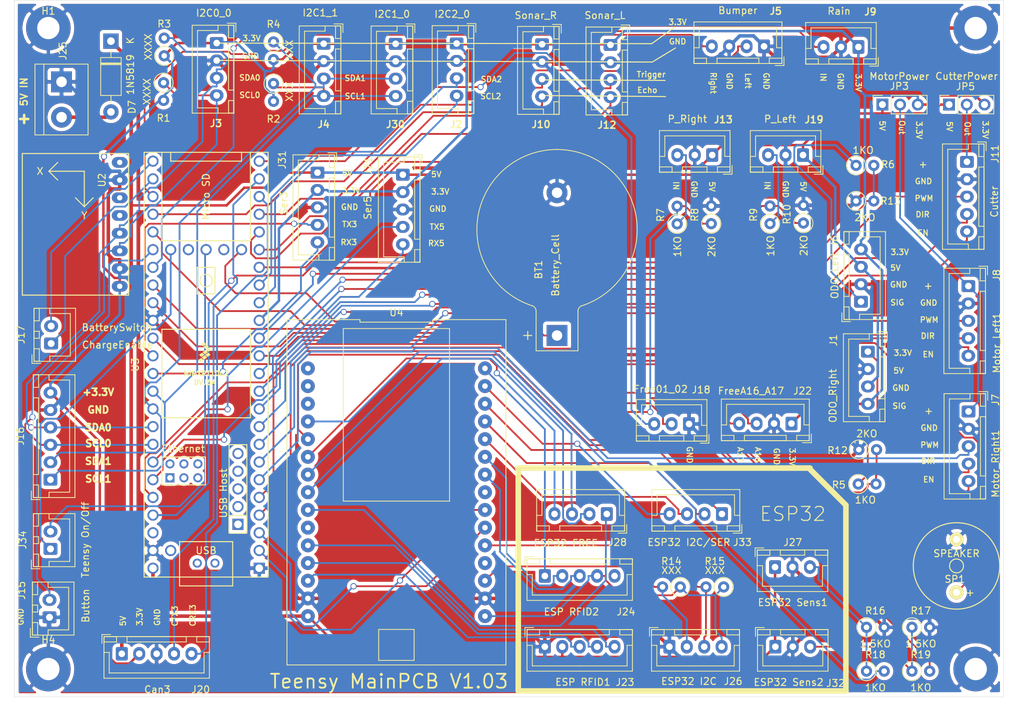
<source format=kicad_pcb>
(kicad_pcb (version 20171130) (host pcbnew "(5.1.12-5-g2758acfd42)-1")
  (layers (0 F.Cu signal) (31 B.Cu signal) (34 B.Paste user) (35 F.Paste user) (36 B.SilkS user) (37 F.SilkS user) (38 B.Mask user) (39 F.Mask user) (44 Edge.Cuts user))
  (net 0 "")
  (net 1 SCL1)
  (net 2 SDA1)
  (net 3 GND)
  (net 4 pinMotorRightPWM)
  (net 5 pinMotorRightDir)
  (net 6 pinMotorLeftPWM)
  (net 7 pinMotorLeftDir)
  (net 8 pinMotorMowPWM)
  (net 9 pinMotorMowDir)
  (net 10 pinMotorMowEnable)
  (net 11 pinBumperLeft)
  (net 12 pinBumperRight)
  (net 13 pinBuzzer)
  (net 14 pinButton)
  (net 15 pinRain)
  (net 16 pinPerimeterLeft)
  (net 17 pinPerimeterRight)
  (net 18 pinBatterySwitch)
  (net 19 SCL0)
  (net 20 SDA0)
  (net 21 +5V)
  (net 22 +3V3)
  (net 23 "Net-(J13-Pad3)")
  (net 24 "Net-(J19-Pad3)")
  (net 25 "Net-(D7-Pad2)")
  (net 26 RX3)
  (net 27 TX3)
  (net 28 pinMotorLeftEnable)
  (net 29 pinChargeEnable)
  (net 30 SCL2)
  (net 31 SDA2)
  (net 32 pinMotorRightEnable)
  (net 33 pinOdometryRight)
  (net 34 pinOdometryLeft)
  (net 35 "Net-(J1-Pad1)")
  (net 36 "Net-(J6-Pad1)")
  (net 37 "Net-(J7-Pad1)")
  (net 38 "Net-(J11-Pad1)")
  (net 39 RX1)
  (net 40 TX1)
  (net 41 "Net-(BT1-Pad1)")
  (net 42 pinSonarRightEcho)
  (net 43 pinSonarRightTrigger)
  (net 44 pinSonarLeftEcho)
  (net 45 pinSonarLeftTrigger)
  (net 46 CRX3)
  (net 47 CTX3)
  (net 48 RX5)
  (net 49 TX5)
  (net 50 Free01)
  (net 51 FreeA17)
  (net 52 FreeA16)
  (net 53 Free02)
  (net 54 "Net-(J23-Pad5)")
  (net 55 "Net-(J23-Pad4)")
  (net 56 "Net-(J23-Pad3)")
  (net 57 "Net-(J24-Pad4)")
  (net 58 "Net-(J24-Pad3)")
  (net 59 "Net-(J24-Pad2)")
  (net 60 "Net-(J24-Pad1)")
  (net 61 "Net-(J26-Pad3)")
  (net 62 "Net-(J26-Pad2)")
  (net 63 "Net-(J27-Pad3)")
  (net 64 "Net-(J28-Pad4)")
  (net 65 "Net-(J28-Pad3)")
  (net 66 "Net-(J28-Pad2)")
  (net 67 "Net-(J28-Pad1)")
  (net 68 "Net-(J32-Pad3)")
  (net 69 "Net-(J33-Pad4)")
  (net 70 "Net-(J33-Pad3)")
  (net 71 "Net-(J33-Pad2)")
  (net 72 "Net-(J33-Pad1)")
  (net 73 "Net-(R18-Pad2)")
  (net 74 "Net-(R19-Pad2)")
  (net 75 "Net-(J34-Pad2)")
  (net 76 "Net-(J34-Pad1)")
  (module Battery:BatteryHolder_Keystone_103_1x20mm (layer F.Cu) (at 115.956 82.1284 90)
    (fp_text reference BT1 (at 9.4488 -2.6416 90) (layer F.SilkS))
    (fp_text value Battery_Cell (at 10.0838 -0.2286 90) (layer F.SilkS))
    (fp_text user + (at 0 -4.318 90) (layer F.SilkS) (effects (font (size 1.5 1.5))))
    (pad 1 thru_hole rect (at 0 0 90) (size 3 3) (drill 1.5) (layers *.Cu *.Mask) (net 41 "Net-(BT1-Pad1)"))
    (pad 2 thru_hole circle (at 20.49 0 90) (size 3 3) (drill 1.5) (layers *.Cu *.Mask) (net 3 GND))
  )
  (module Connector_JST:JST_XH_B2B-XH-A_1x02_P2.50mm_Vertical (layer F.Cu) (at 43.307 112.753 90)
    (fp_text reference J34 (at 1.2827 -3.98526 90) (layer F.SilkS))
    (fp_text value "Teensy On/Off" (at 1.31064 5.0038 90) (layer F.SilkS))
    (pad 2 thru_hole oval (at 2.5 0 90) (size 1.7 2) (drill 1) (layers *.Cu *.Mask) (net 75 "Net-(J34-Pad2)"))
    (pad 1 thru_hole roundrect (at 0 0 90) (size 1.7 2) (drill 1) (layers *.Cu *.Mask) (roundrect_rratio 0.1470588235294118) (net 76 "Net-(J34-Pad1)"))
  )
  (module Resistor_THT:R_Axial_DIN0207_L6.3mm_D2.5mm_P2.54mm_Vertical (layer F.Cu) (at 166.858 130.3)
    (fp_text reference R19 (at 1.27 -2.37) (layer F.SilkS))
    (fp_text value 1KO (at 1.27 2.37) (layer F.SilkS))
    (pad 2 thru_hole oval (at 2.54 0) (size 1.6 1.6) (drill 0.8) (layers *.Cu *.Mask) (net 74 "Net-(R19-Pad2)"))
    (pad 1 thru_hole circle (at 0 0) (size 1.6 1.6) (drill 0.8) (layers *.Cu *.Mask) (net 68 "Net-(J32-Pad3)"))
  )
  (module Resistor_THT:R_Axial_DIN0207_L6.3mm_D2.5mm_P2.54mm_Vertical (layer F.Cu) (at 160.34 130.3)
    (fp_text reference R18 (at 1.27 -2.37) (layer F.SilkS))
    (fp_text value 1KO (at 1.27 2.37) (layer F.SilkS))
    (pad 2 thru_hole oval (at 2.54 0) (size 1.6 1.6) (drill 0.8) (layers *.Cu *.Mask) (net 73 "Net-(R18-Pad2)"))
    (pad 1 thru_hole circle (at 0 0) (size 1.6 1.6) (drill 0.8) (layers *.Cu *.Mask) (net 63 "Net-(J27-Pad3)"))
  )
  (module Resistor_THT:R_Axial_DIN0207_L6.3mm_D2.5mm_P2.54mm_Vertical (layer F.Cu) (at 166.858 124.008)
    (fp_text reference R17 (at 1.27 -2.37) (layer F.SilkS))
    (fp_text value 1.5KO (at 1.27 2.37) (layer F.SilkS))
    (pad 2 thru_hole oval (at 2.54 0) (size 1.6 1.6) (drill 0.8) (layers *.Cu *.Mask) (net 3 GND))
    (pad 1 thru_hole circle (at 0 0) (size 1.6 1.6) (drill 0.8) (layers *.Cu *.Mask) (net 68 "Net-(J32-Pad3)"))
  )
  (module Resistor_THT:R_Axial_DIN0207_L6.3mm_D2.5mm_P2.54mm_Vertical (layer F.Cu) (at 160.34 124.008)
    (fp_text reference R16 (at 1.27 -2.37) (layer F.SilkS))
    (fp_text value 1.5KO (at 1.27 2.37) (layer F.SilkS))
    (pad 2 thru_hole oval (at 2.54 0) (size 1.6 1.6) (drill 0.8) (layers *.Cu *.Mask) (net 3 GND))
    (pad 1 thru_hole circle (at 0 0) (size 1.6 1.6) (drill 0.8) (layers *.Cu *.Mask) (net 63 "Net-(J27-Pad3)"))
  )
  (module Connector_JST:JST_XH_B4B-XH-A_1x04_P2.50mm_Vertical (layer F.Cu) (at 139.606 107.744 180)
    (fp_text reference J33 (at -2.95402 -4.064) (layer F.SilkS))
    (fp_text value "ESP32 I2C/SER" (at 4.73202 -4.064) (layer F.SilkS))
    (pad 4 thru_hole oval (at 7.5 0 180) (size 1.7 1.95) (drill 0.95) (layers *.Cu *.Mask) (net 69 "Net-(J33-Pad4)"))
    (pad 3 thru_hole oval (at 5 0 180) (size 1.7 1.95) (drill 0.95) (layers *.Cu *.Mask) (net 70 "Net-(J33-Pad3)"))
    (pad 2 thru_hole oval (at 2.5 0 180) (size 1.7 1.95) (drill 0.95) (layers *.Cu *.Mask) (net 71 "Net-(J33-Pad2)"))
    (pad 1 thru_hole roundrect (at 0 0 180) (size 1.7 1.95) (drill 0.95) (layers *.Cu *.Mask) (roundrect_rratio 0.1470588235294118) (net 72 "Net-(J33-Pad1)"))
  )
  (module Connector_JST:JST_XH_B3B-XH-A_1x03_P2.50mm_Vertical (layer F.Cu) (at 147.266 126.794)
    (fp_text reference J32 (at 8.64172 5.23748) (layer F.SilkS))
    (fp_text value "ESP32 Sens2" (at 1.90056 5.10286) (layer F.SilkS))
    (pad 3 thru_hole oval (at 5 0) (size 1.7 1.95) (drill 0.95) (layers *.Cu *.Mask) (net 68 "Net-(J32-Pad3)"))
    (pad 2 thru_hole oval (at 2.5 0) (size 1.7 1.95) (drill 0.95) (layers *.Cu *.Mask) (net 3 GND))
    (pad 1 thru_hole roundrect (at 0 0) (size 1.7 1.95) (drill 0.95) (layers *.Cu *.Mask) (roundrect_rratio 0.1470588235294118) (net 21 +5V))
  )
  (module Connector_JST:JST_XH_B4B-XH-A_1x04_P2.50mm_Vertical (layer F.Cu) (at 123.096 107.744 180)
    (fp_text reference J28 (at -1.53162 -4.064) (layer F.SilkS))
    (fp_text value "ESP32 FREE" (at 5.88264 -4.19862) (layer F.SilkS))
    (pad 4 thru_hole oval (at 7.5 0 180) (size 1.7 1.95) (drill 0.95) (layers *.Cu *.Mask) (net 64 "Net-(J28-Pad4)"))
    (pad 3 thru_hole oval (at 5 0 180) (size 1.7 1.95) (drill 0.95) (layers *.Cu *.Mask) (net 65 "Net-(J28-Pad3)"))
    (pad 2 thru_hole oval (at 2.5 0 180) (size 1.7 1.95) (drill 0.95) (layers *.Cu *.Mask) (net 66 "Net-(J28-Pad2)"))
    (pad 1 thru_hole roundrect (at 0 0 180) (size 1.7 1.95) (drill 0.95) (layers *.Cu *.Mask) (roundrect_rratio 0.1470588235294118) (net 67 "Net-(J28-Pad1)"))
  )
  (module Connector_JST:JST_XH_B3B-XH-A_1x03_P2.50mm_Vertical (layer F.Cu) (at 147.226 115.364)
    (fp_text reference J27 (at 2.54 -3.55) (layer F.SilkS))
    (fp_text value "ESP32 Sens1" (at 2.54 5.08) (layer F.SilkS))
    (pad 3 thru_hole oval (at 5 0) (size 1.7 1.95) (drill 0.95) (layers *.Cu *.Mask) (net 63 "Net-(J27-Pad3)"))
    (pad 2 thru_hole oval (at 2.5 0) (size 1.7 1.95) (drill 0.95) (layers *.Cu *.Mask) (net 3 GND))
    (pad 1 thru_hole roundrect (at 0 0) (size 1.7 1.95) (drill 0.95) (layers *.Cu *.Mask) (roundrect_rratio 0.1470588235294118) (net 21 +5V))
  )
  (module teensy_library-master:ESP32-DEVKIT-V1 (layer F.Cu) (at 92.9208 104.625 270)
    (fp_text reference U4 (at -25.78 0) (layer F.SilkS))
    (fp_text value ESP32-DEVKIT-V1)
    (pad 15 thru_hole circle (at 17.78 12.7 270) (size 2 2) (drill 0.8) (layers *.Cu *.Mask) (net 21 +5V))
    (pad 16 thru_hole circle (at 17.78 -12.7 270) (size 2 2) (drill 0.8) (layers *.Cu *.Mask) (net 57 "Net-(J24-Pad4)"))
    (pad 14 thru_hole circle (at 15.24 12.7 270) (size 2 2) (drill 0.8) (layers *.Cu *.Mask) (net 3 GND))
    (pad 17 thru_hole circle (at 15.24 -12.7 270) (size 2 2) (drill 0.8) (layers *.Cu *.Mask) (net 3 GND))
    (pad 13 thru_hole circle (at 12.7 12.7 270) (size 2 2) (drill 0.8) (layers *.Cu *.Mask) (net 56 "Net-(J23-Pad3)"))
    (pad 18 thru_hole circle (at 12.7 -12.7 270) (size 2 2) (drill 0.8) (layers *.Cu *.Mask) (net 62 "Net-(J26-Pad2)"))
    (pad 12 thru_hole circle (at 10.16 12.7 270) (size 2 2) (drill 0.8) (layers *.Cu *.Mask) (net 55 "Net-(J23-Pad4)"))
    (pad 19 thru_hole circle (at 10.16 -12.7 270) (size 2 2) (drill 0.8) (layers *.Cu *.Mask))
    (pad 11 thru_hole circle (at 7.62 12.7 270) (size 2 2) (drill 0.8) (layers *.Cu *.Mask) (net 54 "Net-(J23-Pad5)"))
    (pad 20 thru_hole circle (at 7.62 -12.7 270) (size 2 2) (drill 0.8) (layers *.Cu *.Mask) (net 61 "Net-(J26-Pad3)"))
    (pad 10 thru_hole circle (at 5.08 12.7 270) (size 2 2) (drill 0.8) (layers *.Cu *.Mask))
    (pad 21 thru_hole circle (at 5.08 -12.7 270) (size 2 2) (drill 0.8) (layers *.Cu *.Mask) (net 40 TX1))
    (pad 9 thru_hole circle (at 2.54 12.7 270) (size 2 2) (drill 0.8) (layers *.Cu *.Mask) (net 67 "Net-(J28-Pad1)"))
    (pad 22 thru_hole circle (at 2.54 -12.7 270) (size 2 2) (drill 0.8) (layers *.Cu *.Mask) (net 39 RX1))
    (pad 8 thru_hole circle (at 0 12.7 270) (size 2 2) (drill 0.8) (layers *.Cu *.Mask) (net 66 "Net-(J28-Pad2)"))
    (pad 23 thru_hole circle (at 0 -12.7 270) (size 2 2) (drill 0.8) (layers *.Cu *.Mask))
    (pad 7 thru_hole circle (at -2.54 12.7 270) (size 2 2) (drill 0.8) (layers *.Cu *.Mask) (net 65 "Net-(J28-Pad3)"))
    (pad 24 thru_hole circle (at -2.54 -12.7 270) (size 2 2) (drill 0.8) (layers *.Cu *.Mask) (net 58 "Net-(J24-Pad3)"))
    (pad 6 thru_hole circle (at -5.08 12.7 270) (size 2 2) (drill 0.8) (layers *.Cu *.Mask) (net 64 "Net-(J28-Pad4)"))
    (pad 25 thru_hole circle (at -5.08 -12.7 270) (size 2 2) (drill 0.8) (layers *.Cu *.Mask) (net 59 "Net-(J24-Pad2)"))
    (pad 5 thru_hole circle (at -7.62 12.7 270) (size 2 2) (drill 0.8) (layers *.Cu *.Mask) (net 74 "Net-(R19-Pad2)"))
    (pad 26 thru_hole circle (at -7.62 -12.7 270) (size 2 2) (drill 0.8) (layers *.Cu *.Mask) (net 70 "Net-(J33-Pad3)"))
    (pad 4 thru_hole circle (at -10.16 12.7 270) (size 2 2) (drill 0.8) (layers *.Cu *.Mask) (net 73 "Net-(R18-Pad2)"))
    (pad 27 thru_hole circle (at -10.16 -12.7 270) (size 2 2) (drill 0.8) (layers *.Cu *.Mask) (net 71 "Net-(J33-Pad2)"))
    (pad 3 thru_hole circle (at -12.7 12.7 270) (size 2 2) (drill 0.8) (layers *.Cu *.Mask))
    (pad 28 thru_hole circle (at -12.7 -12.7 270) (size 2 2) (drill 0.8) (layers *.Cu *.Mask) (net 72 "Net-(J33-Pad1)"))
    (pad 2 thru_hole circle (at -15.24 12.7 270) (size 2 2) (drill 0.8) (layers *.Cu *.Mask))
    (pad 29 thru_hole circle (at -15.24 -12.7 270) (size 2 2) (drill 0.8) (layers *.Cu *.Mask) (net 69 "Net-(J33-Pad4)"))
    (pad 1 thru_hole circle (at -17.78 12.7 270) (size 2 2) (drill 0.8) (layers *.Cu *.Mask))
    (pad 30 thru_hole circle (at -17.78 -12.7 270) (size 2 2) (drill 0.8) (layers *.Cu *.Mask) (net 60 "Net-(J24-Pad1)"))
  )
  (module Resistor_THT:R_Axial_DIN0207_L6.3mm_D2.5mm_P2.54mm_Vertical (layer F.Cu) (at 139.852 118.214 180)
    (fp_text reference R15 (at 1.27 3.683) (layer F.SilkS))
    (fp_text value XXX (at 1.27 2.37) (layer F.SilkS))
    (pad 2 thru_hole oval (at 2.54 0 180) (size 1.6 1.6) (drill 0.8) (layers *.Cu *.Mask) (net 61 "Net-(J26-Pad3)"))
    (pad 1 thru_hole circle (at 0 0 180) (size 1.6 1.6) (drill 0.8) (layers *.Cu *.Mask) (net 57 "Net-(J24-Pad4)"))
  )
  (module Resistor_THT:R_Axial_DIN0207_L6.3mm_D2.5mm_P2.54mm_Vertical (layer F.Cu) (at 133.629 118.214 180)
    (fp_text reference R14 (at 1.27 3.683) (layer F.SilkS))
    (fp_text value XXX (at 1.27 2.37) (layer F.SilkS))
    (pad 2 thru_hole oval (at 2.54 0 180) (size 1.6 1.6) (drill 0.8) (layers *.Cu *.Mask) (net 62 "Net-(J26-Pad2)"))
    (pad 1 thru_hole circle (at 0 0 180) (size 1.6 1.6) (drill 0.8) (layers *.Cu *.Mask) (net 57 "Net-(J24-Pad4)"))
  )
  (module Connector_JST:JST_XH_B4B-XH-A_1x04_P2.50mm_Vertical (layer F.Cu) (at 132.066 126.794)
    (fp_text reference J26 (at 9.14528 4.96824) (layer F.SilkS))
    (fp_text value "ESP32 I2C" (at 2.80798 4.96824) (layer F.SilkS))
    (pad 4 thru_hole oval (at 7.5 0) (size 1.7 1.95) (drill 0.95) (layers *.Cu *.Mask) (net 57 "Net-(J24-Pad4)"))
    (pad 3 thru_hole oval (at 5 0) (size 1.7 1.95) (drill 0.95) (layers *.Cu *.Mask) (net 61 "Net-(J26-Pad3)"))
    (pad 2 thru_hole oval (at 2.5 0) (size 1.7 1.95) (drill 0.95) (layers *.Cu *.Mask) (net 62 "Net-(J26-Pad2)"))
    (pad 1 thru_hole roundrect (at 0 0) (size 1.7 1.95) (drill 0.95) (layers *.Cu *.Mask) (roundrect_rratio 0.1470588235294118) (net 3 GND))
  )
  (module Connector_JST:JST_XH_B5B-XH-A_1x05_P2.50mm_Vertical (layer F.Cu) (at 114.206 116.634)
    (fp_text reference J24 (at 11.63574 5.15112) (layer F.SilkS))
    (fp_text value "ESP RFID2" (at 3.81508 5.15112) (layer F.SilkS))
    (pad 5 thru_hole oval (at 10 0) (size 1.7 1.95) (drill 0.95) (layers *.Cu *.Mask))
    (pad 4 thru_hole oval (at 7.5 0) (size 1.7 1.95) (drill 0.95) (layers *.Cu *.Mask) (net 57 "Net-(J24-Pad4)"))
    (pad 3 thru_hole oval (at 5 0) (size 1.7 1.95) (drill 0.95) (layers *.Cu *.Mask) (net 58 "Net-(J24-Pad3)"))
    (pad 2 thru_hole oval (at 2.5 0) (size 1.7 1.95) (drill 0.95) (layers *.Cu *.Mask) (net 59 "Net-(J24-Pad2)"))
    (pad 1 thru_hole roundrect (at 0 0) (size 1.7 1.95) (drill 0.95) (layers *.Cu *.Mask) (roundrect_rratio 0.1470588235294118) (net 60 "Net-(J24-Pad1)"))
  )
  (module Connector_JST:JST_XH_B5B-XH-A_1x05_P2.50mm_Vertical (layer F.Cu) (at 114.206 126.794)
    (fp_text reference J23 (at 11.50112 5.10286) (layer F.SilkS))
    (fp_text value "ESP RFID1" (at 5.461 5.08) (layer F.SilkS))
    (pad 5 thru_hole oval (at 10 0) (size 1.7 1.95) (drill 0.95) (layers *.Cu *.Mask) (net 54 "Net-(J23-Pad5)"))
    (pad 4 thru_hole oval (at 7.5 0) (size 1.7 1.95) (drill 0.95) (layers *.Cu *.Mask) (net 55 "Net-(J23-Pad4)"))
    (pad 3 thru_hole oval (at 5 0) (size 1.7 1.95) (drill 0.95) (layers *.Cu *.Mask) (net 56 "Net-(J23-Pad3)"))
    (pad 2 thru_hole oval (at 2.5 0) (size 1.7 1.95) (drill 0.95) (layers *.Cu *.Mask) (net 21 +5V))
    (pad 1 thru_hole roundrect (at 0 0) (size 1.7 1.95) (drill 0.95) (layers *.Cu *.Mask) (roundrect_rratio 0.1470588235294118) (net 3 GND))
  )
  (module Connector_JST:JST_XH_B4B-XH-A_1x04_P2.50mm_Vertical (layer F.Cu) (at 149.578 94.7623 180)
    (fp_text reference J22 (at -1.59046 4.67866) (layer F.SilkS))
    (fp_text value FreeA16_A17 (at 5.80094 4.67866) (layer F.SilkS))
    (pad 4 thru_hole oval (at 7.5 0 180) (size 1.7 1.95) (drill 0.95) (layers *.Cu *.Mask) (net 51 FreeA17))
    (pad 3 thru_hole oval (at 5 0 180) (size 1.7 1.95) (drill 0.95) (layers *.Cu *.Mask) (net 52 FreeA16))
    (pad 2 thru_hole oval (at 2.5 0 180) (size 1.7 1.95) (drill 0.95) (layers *.Cu *.Mask) (net 3 GND))
    (pad 1 thru_hole roundrect (at 0 0 180) (size 1.7 1.95) (drill 0.95) (layers *.Cu *.Mask) (roundrect_rratio 0.1470588235294118) (net 22 +3V3))
  )
  (module Connector_JST:JST_XH_B3B-XH-A_1x03_P2.50mm_Vertical (layer F.Cu) (at 134.887 94.8258 180)
    (fp_text reference J18 (at -1.73482 4.90728) (layer F.SilkS))
    (fp_text value Free01_02 (at 4.07162 4.99872) (layer F.SilkS))
    (pad 3 thru_hole oval (at 5 0 180) (size 1.7 1.95) (drill 0.95) (layers *.Cu *.Mask) (net 53 Free02))
    (pad 2 thru_hole oval (at 2.5 0 180) (size 1.7 1.95) (drill 0.95) (layers *.Cu *.Mask) (net 50 Free01))
    (pad 1 thru_hole roundrect (at 0 0 180) (size 1.7 1.95) (drill 0.95) (layers *.Cu *.Mask) (roundrect_rratio 0.1470588235294118) (net 3 GND))
  )
  (module Connector_JST:JST_XH_B5B-XH-A_1x05_P2.50mm_Vertical (layer F.Cu) (at 93.8377 59.0479 270)
    (fp_text reference J21 (at -1.23952 4.93014 90) (layer F.SilkS))
    (fp_text value Ser5 (at 4.75234 5.02412 90) (layer F.SilkS))
    (pad 5 thru_hole oval (at 10 0 270) (size 1.7 1.95) (drill 0.95) (layers *.Cu *.Mask) (net 48 RX5))
    (pad 4 thru_hole oval (at 7.5 0 270) (size 1.7 1.95) (drill 0.95) (layers *.Cu *.Mask) (net 49 TX5))
    (pad 3 thru_hole oval (at 5 0 270) (size 1.7 1.95) (drill 0.95) (layers *.Cu *.Mask) (net 3 GND))
    (pad 2 thru_hole oval (at 2.5 0 270) (size 1.7 1.95) (drill 0.95) (layers *.Cu *.Mask) (net 22 +3V3))
    (pad 1 thru_hole roundrect (at 0 0 270) (size 1.7 1.95) (drill 0.95) (layers *.Cu *.Mask) (roundrect_rratio 0.1470588235294118) (net 21 +5V))
  )
  (module Connector_JST:JST_XH_B5B-XH-A_1x05_P2.50mm_Vertical (layer F.Cu) (at 53.533 127.808)
    (fp_text reference J20 (at 11.30554 5.13842) (layer F.SilkS))
    (fp_text value Can3 (at 5.10286 5.13842) (layer F.SilkS))
    (pad 5 thru_hole oval (at 10 0) (size 1.7 1.95) (drill 0.95) (layers *.Cu *.Mask) (net 46 CRX3))
    (pad 4 thru_hole oval (at 7.5 0) (size 1.7 1.95) (drill 0.95) (layers *.Cu *.Mask) (net 47 CTX3))
    (pad 3 thru_hole oval (at 5 0) (size 1.7 1.95) (drill 0.95) (layers *.Cu *.Mask) (net 3 GND))
    (pad 2 thru_hole oval (at 2.5 0) (size 1.7 1.95) (drill 0.95) (layers *.Cu *.Mask) (net 22 +3V3))
    (pad 1 thru_hole roundrect (at 0 0) (size 1.7 1.95) (drill 0.95) (layers *.Cu *.Mask) (roundrect_rratio 0.1470588235294118) (net 21 +5V))
  )
  (module Connector_JST:JST_XH_B2B-XH-A_1x02_P2.50mm_Vertical (layer F.Cu) (at 43.3984 83.2767 90)
    (fp_text reference J17 (at 1.27 -4.318 90) (layer F.SilkS))
    (fp_text value Power_PCB2 hide)
    (pad 2 thru_hole oval (at 2.5 0 90) (size 1.7 2) (drill 1) (layers *.Cu *.Mask) (net 18 pinBatterySwitch))
    (pad 1 thru_hole roundrect (at 0 0 90) (size 1.7 2) (drill 1) (layers *.Cu *.Mask) (roundrect_rratio 0.1470588235294118) (net 29 pinChargeEnable))
  )
  (module Connector_JST:JST_XH_B6B-XH-A_1x06_P2.50mm_Vertical (layer F.Cu) (at 43.3019 102.822 90)
    (fp_text reference J16 (at 6.25 -4.318 90) (layer F.SilkS))
    (fp_text value Power_PCB1)
    (pad 6 thru_hole oval (at 12.5 0 90) (size 1.7 1.95) (drill 0.95) (layers *.Cu *.Mask) (net 22 +3V3))
    (pad 5 thru_hole oval (at 10 0 90) (size 1.7 1.95) (drill 0.95) (layers *.Cu *.Mask) (net 3 GND))
    (pad 4 thru_hole oval (at 7.5 0 90) (size 1.7 1.95) (drill 0.95) (layers *.Cu *.Mask) (net 20 SDA0))
    (pad 3 thru_hole oval (at 5 0 90) (size 1.7 1.95) (drill 0.95) (layers *.Cu *.Mask) (net 19 SCL0))
    (pad 2 thru_hole oval (at 2.5 0 90) (size 1.7 1.95) (drill 0.95) (layers *.Cu *.Mask) (net 2 SDA1))
    (pad 1 thru_hole roundrect (at 0 0 90) (size 1.7 1.95) (drill 0.95) (layers *.Cu *.Mask) (roundrect_rratio 0.1470588235294118) (net 1 SCL1))
  )
  (module Connector_JST:JST_XH_B4B-XH-A_1x04_P2.50mm_Vertical (layer F.Cu) (at 67.1424 40.158 270)
    (fp_text reference J3 (at 11.5259 0.1016 180) (layer F.SilkS) (effects (font (thickness 0.2))))
    (fp_text value I2C0_0 (at -4.311 0.41402 180) (layer F.SilkS))
    (pad 4 thru_hole oval (at 7.5 0 270) (size 1.7 1.95) (drill 0.95) (layers *.Cu *.Mask) (net 19 SCL0))
    (pad 3 thru_hole oval (at 5 0 270) (size 1.7 1.95) (drill 0.95) (layers *.Cu *.Mask) (net 20 SDA0))
    (pad 2 thru_hole oval (at 2.5 0 270) (size 1.7 1.95) (drill 0.95) (layers *.Cu *.Mask) (net 3 GND))
    (pad 1 thru_hole roundrect (at 0 0 270) (size 1.7 1.95) (drill 0.95) (layers *.Cu *.Mask) (roundrect_rratio 0.1470588235294118) (net 22 +3V3))
  )
  (module teensy_library-master:GY-521 (layer F.Cu) (at 54.5059 76.3321 90)
    (fp_text reference U2 (at 16.51 -3.81 90) (layer F.SilkS))
    (fp_text value GY-521)
    (fp_text user Y (at 11.43 -6.35) (layer F.SilkS))
    (fp_text user X (at 17.78 -12.7) (layer F.SilkS))
    (pad 1 thru_hole oval (at 1.27 -1.27 90) (size 1.524 2.268) (drill 0.762) (layers *.Cu *.Mask) (net 22 +3V3))
    (pad 2 thru_hole oval (at 3.81 -1.27 90) (size 1.524 2.268) (drill 0.762) (layers *.Cu *.Mask) (net 3 GND))
    (pad 3 thru_hole oval (at 6.35 -1.27 90) (size 1.524 2.268) (drill 0.762) (layers *.Cu *.Mask) (net 19 SCL0))
    (pad 4 thru_hole oval (at 8.89 -1.27 90) (size 1.524 2.268) (drill 0.762) (layers *.Cu *.Mask) (net 20 SDA0))
    (pad 5 thru_hole oval (at 11.43 -1.27 90) (size 1.524 2.268) (drill 0.762) (layers *.Cu *.Mask))
    (pad 6 thru_hole oval (at 13.97 -1.27 90) (size 1.524 2.268) (drill 0.762) (layers *.Cu *.Mask))
    (pad 7 thru_hole oval (at 16.51 -1.27 90) (size 1.524 2.268) (drill 0.762) (layers *.Cu *.Mask) (net 3 GND))
    (pad 8 thru_hole oval (at 19.05 -1.27 90) (size 1.524 2.268) (drill 0.762) (layers *.Cu *.Mask))
  )
  (module Resistor_THT:R_Axial_DIN0207_L6.3mm_D2.5mm_P2.54mm_Vertical (layer F.Cu) (at 59.6164 41.9836 90)
    (fp_text reference R3 (at 4.572 0 180) (layer F.SilkS))
    (fp_text value XXXX (at 1.27 -2.286 90) (layer F.SilkS))
    (pad 2 thru_hole oval (at 2.54 0 90) (size 1.6 1.6) (drill 0.8) (layers *.Cu *.Mask) (net 20 SDA0))
    (pad 1 thru_hole circle (at 0 0 90) (size 1.6 1.6) (drill 0.8) (layers *.Cu *.Mask) (net 22 +3V3))
  )
  (module Resistor_THT:R_Axial_DIN0207_L6.3mm_D2.5mm_P2.54mm_Vertical (layer F.Cu) (at 59.5249 45.847 270)
    (fp_text reference R1 (at 5.08 0 180) (layer F.SilkS))
    (fp_text value XXXX (at 1.27 2.37 90) (layer F.SilkS))
    (pad 2 thru_hole oval (at 2.54 0 270) (size 1.6 1.6) (drill 0.8) (layers *.Cu *.Mask) (net 22 +3V3))
    (pad 1 thru_hole circle (at 0 0 270) (size 1.6 1.6) (drill 0.8) (layers *.Cu *.Mask) (net 19 SCL0))
  )
  (module MountingHole:MountingHole_3.2mm_M3_Pad_TopBottom (layer F.Cu) (at 43 130)
    (fp_text reference H4 (at 0 -4.2) (layer F.SilkS))
    (fp_text value MountingHole_Pad)
    (pad 1 connect circle (at 0 0) (size 6.4 6.4) (layers B.Cu B.Mask) (net 3 GND))
    (pad 1 connect circle (at 0 0) (size 6.4 6.4) (layers F.Cu F.Mask) (net 3 GND))
    (pad 1 thru_hole circle (at 0 0) (size 3.6 3.6) (drill 3.2) (layers *.Cu *.Mask) (net 3 GND))
  )
  (module MountingHole:MountingHole_3.2mm_M3_Pad_TopBottom (layer F.Cu) (at 176 130)
    (fp_text reference H3 hide)
    (fp_text value MountingHole_Pad)
    (pad 1 connect circle (at 0 0) (size 6.4 6.4) (layers B.Cu B.Mask) (net 3 GND))
    (pad 1 connect circle (at 0 0) (size 6.4 6.4) (layers F.Cu F.Mask) (net 3 GND))
    (pad 1 thru_hole circle (at 0 0) (size 3.6 3.6) (drill 3.2) (layers *.Cu *.Mask) (net 3 GND))
  )
  (module MountingHole:MountingHole_3.2mm_M3_Pad_TopBottom (layer F.Cu) (at 176 38)
    (fp_text reference H2 hide)
    (fp_text value MountingHole_Pad hide)
    (pad 1 connect circle (at 0 0) (size 6.4 6.4) (layers B.Cu B.Mask) (net 3 GND))
    (pad 1 connect circle (at 0 0) (size 6.4 6.4) (layers F.Cu F.Mask) (net 3 GND))
    (pad 1 thru_hole circle (at 0 0) (size 3.6 3.6) (drill 3.2) (layers *.Cu *.Mask) (net 3 GND))
  )
  (module MountingHole:MountingHole_3.2mm_M3_Pad_TopBottom (layer F.Cu) (at 43 38)
    (fp_text reference H1 (at 0 -2.44) (layer F.SilkS))
    (fp_text value MountingHole_Pad hide)
    (pad 1 connect circle (at 0 0) (size 6.4 6.4) (layers B.Cu B.Mask) (net 3 GND))
    (pad 1 connect circle (at 0 0) (size 6.4 6.4) (layers F.Cu F.Mask) (net 3 GND))
    (pad 1 thru_hole circle (at 0 0) (size 3.6 3.6) (drill 3.2) (layers *.Cu *.Mask) (net 3 GND))
  )
  (module Resistor_THT:R_Axial_DIN0207_L6.3mm_D2.5mm_P2.54mm_Vertical (layer F.Cu) (at 158.842 62.8218)
    (fp_text reference R13 (at 4.953 0) (layer F.SilkS))
    (fp_text value 2KO (at 1.27 2.37) (layer F.SilkS))
    (pad 2 thru_hole oval (at 2.54 0) (size 1.6 1.6) (drill 0.8) (layers *.Cu *.Mask) (net 34 pinOdometryLeft))
    (pad 1 thru_hole circle (at 0 0) (size 1.6 1.6) (drill 0.8) (layers *.Cu *.Mask) (net 3 GND))
  )
  (module Resistor_THT:R_Axial_DIN0207_L6.3mm_D2.5mm_P2.54mm_Vertical (layer F.Cu) (at 159.243 98.5088)
    (fp_text reference R12 (at -3.048 0.127) (layer F.SilkS))
    (fp_text value 2KO (at 1.143 -2.286) (layer F.SilkS))
    (pad 2 thru_hole oval (at 2.54 0) (size 1.6 1.6) (drill 0.8) (layers *.Cu *.Mask) (net 33 pinOdometryRight))
    (pad 1 thru_hole circle (at 0 0) (size 1.6 1.6) (drill 0.8) (layers *.Cu *.Mask) (net 3 GND))
  )
  (module Resistor_THT:R_Axial_DIN0207_L6.3mm_D2.5mm_P2.54mm_Vertical (layer F.Cu) (at 158.842 57.7062)
    (fp_text reference R6 (at 4.572 -0.127) (layer F.SilkS))
    (fp_text value 1KO (at 1.016 -2.159) (layer F.SilkS))
    (pad 2 thru_hole oval (at 2.54 0) (size 1.6 1.6) (drill 0.8) (layers *.Cu *.Mask) (net 34 pinOdometryLeft))
    (pad 1 thru_hole circle (at 0 0) (size 1.6 1.6) (drill 0.8) (layers *.Cu *.Mask) (net 36 "Net-(J6-Pad1)"))
  )
  (module Resistor_THT:R_Axial_DIN0207_L6.3mm_D2.5mm_P2.54mm_Vertical (layer F.Cu) (at 159.162 103.441)
    (fp_text reference R5 (at -2.794 0.127) (layer F.SilkS))
    (fp_text value 1KO (at 1.016 2.286) (layer F.SilkS))
    (pad 2 thru_hole oval (at 2.54 0) (size 1.6 1.6) (drill 0.8) (layers *.Cu *.Mask) (net 33 pinOdometryRight))
    (pad 1 thru_hole circle (at 0 0) (size 1.6 1.6) (drill 0.8) (layers *.Cu *.Mask) (net 35 "Net-(J1-Pad1)"))
  )
  (module Connector_PinSocket_2.54mm:PinSocket_1x03_P2.54mm_Vertical (layer F.Cu) (at 172.182 48.9838 90)
    (fp_text reference JP5 (at 2.58826 2.35712 180) (layer F.SilkS))
    (fp_text value CutterPower (at 4.06908 2.5146 180) (layer F.SilkS))
    (pad 3 thru_hole oval (at 0 5.08 90) (size 1.7 1.7) (drill 1) (layers *.Cu *.Mask) (net 22 +3V3))
    (pad 2 thru_hole oval (at 0 2.54 90) (size 1.7 1.7) (drill 1) (layers *.Cu *.Mask) (net 38 "Net-(J11-Pad1)"))
    (pad 1 thru_hole rect (at 0 0 90) (size 1.7 1.7) (drill 1) (layers *.Cu *.Mask) (net 21 +5V))
  )
  (module Connector_PinSocket_2.54mm:PinSocket_1x03_P2.54mm_Vertical (layer F.Cu) (at 162.618 48.9838 90)
    (fp_text reference JP3 (at 2.64414 2.43586 180) (layer F.SilkS))
    (fp_text value MotorPower (at 4.04622 2.43586 180) (layer F.SilkS))
    (pad 3 thru_hole oval (at 0 5.08 90) (size 1.7 1.7) (drill 1) (layers *.Cu *.Mask) (net 22 +3V3))
    (pad 2 thru_hole oval (at 0 2.54 90) (size 1.7 1.7) (drill 1) (layers *.Cu *.Mask) (net 37 "Net-(J7-Pad1)"))
    (pad 1 thru_hole rect (at 0 0 90) (size 1.7 1.7) (drill 1) (layers *.Cu *.Mask) (net 21 +5V))
  )
  (module Connector_JST:JST_XH_B5B-XH-A_1x05_P2.50mm_Vertical (layer F.Cu) (at 174.746 57.1983 270)
    (fp_text reference J11 (at -1.13538 -4.02844 90) (layer F.SilkS))
    (fp_text value Cutter (at 5.71754 -3.93446 90) (layer F.SilkS))
    (pad 5 thru_hole oval (at 10 0 270) (size 1.7 1.95) (drill 0.95) (layers *.Cu *.Mask) (net 10 pinMotorMowEnable))
    (pad 4 thru_hole oval (at 7.5 0 270) (size 1.7 1.95) (drill 0.95) (layers *.Cu *.Mask) (net 9 pinMotorMowDir))
    (pad 3 thru_hole oval (at 5 0 270) (size 1.7 1.95) (drill 0.95) (layers *.Cu *.Mask) (net 8 pinMotorMowPWM))
    (pad 2 thru_hole oval (at 2.5 0 270) (size 1.7 1.95) (drill 0.95) (layers *.Cu *.Mask) (net 3 GND))
    (pad 1 thru_hole roundrect (at 0 0 270) (size 1.7 1.95) (drill 0.95) (layers *.Cu *.Mask) (roundrect_rratio 0.1470588235294118) (net 38 "Net-(J11-Pad1)"))
  )
  (module Connector_JST:JST_XH_B5B-XH-A_1x05_P2.50mm_Vertical (layer F.Cu) (at 174.948 75.0316 270)
    (fp_text reference J8 hide)
    (fp_text value Motor_Left1 (at 8.16356 -4.07416 90) (layer F.SilkS))
    (fp_text user %R (at -1.54686 -4.07416 90) (layer F.SilkS))
    (pad 5 thru_hole oval (at 10 0 270) (size 1.7 1.95) (drill 0.95) (layers *.Cu *.Mask) (net 28 pinMotorLeftEnable))
    (pad 4 thru_hole oval (at 7.5 0 270) (size 1.7 1.95) (drill 0.95) (layers *.Cu *.Mask) (net 7 pinMotorLeftDir))
    (pad 3 thru_hole oval (at 5 0 270) (size 1.7 1.95) (drill 0.95) (layers *.Cu *.Mask) (net 6 pinMotorLeftPWM))
    (pad 2 thru_hole oval (at 2.5 0 270) (size 1.7 1.95) (drill 0.95) (layers *.Cu *.Mask) (net 3 GND))
    (pad 1 thru_hole roundrect (at 0 0 270) (size 1.7 1.95) (drill 0.95) (layers *.Cu *.Mask) (roundrect_rratio 0.1470588235294118) (net 37 "Net-(J7-Pad1)"))
  )
  (module Connector_JST:JST_XH_B5B-XH-A_1x05_P2.50mm_Vertical (layer F.Cu) (at 174.976 93.03 270)
    (fp_text reference J7 (at -1.64592 -3.87096 90) (layer F.SilkS))
    (fp_text value Motor_Right1 (at 7.50062 -3.87096 90) (layer F.SilkS))
    (pad 5 thru_hole oval (at 10 0 270) (size 1.7 1.95) (drill 0.95) (layers *.Cu *.Mask) (net 32 pinMotorRightEnable))
    (pad 4 thru_hole oval (at 7.5 0 270) (size 1.7 1.95) (drill 0.95) (layers *.Cu *.Mask) (net 5 pinMotorRightDir))
    (pad 3 thru_hole oval (at 5 0 270) (size 1.7 1.95) (drill 0.95) (layers *.Cu *.Mask) (net 4 pinMotorRightPWM))
    (pad 2 thru_hole oval (at 2.5 0 270) (size 1.7 1.95) (drill 0.95) (layers *.Cu *.Mask) (net 3 GND))
    (pad 1 thru_hole roundrect (at 0 0 270) (size 1.7 1.95) (drill 0.95) (layers *.Cu *.Mask) (roundrect_rratio 0.1470588235294118) (net 37 "Net-(J7-Pad1)"))
  )
  (module Connector_JST:JST_XH_B4B-XH-A_1x04_P2.50mm_Vertical (layer F.Cu) (at 159.55 77.274 90)
    (fp_text reference J6 (at 8.69634 -3.76682 90) (layer F.SilkS))
    (fp_text value ODO_Left (at 3.74842 -3.76682 90) (layer F.SilkS))
    (pad 4 thru_hole oval (at 7.5 0 90) (size 1.7 1.95) (drill 0.95) (layers *.Cu *.Mask) (net 22 +3V3))
    (pad 3 thru_hole oval (at 5 0 90) (size 1.7 1.95) (drill 0.95) (layers *.Cu *.Mask) (net 21 +5V))
    (pad 2 thru_hole oval (at 2.5 0 90) (size 1.7 1.95) (drill 0.95) (layers *.Cu *.Mask) (net 3 GND))
    (pad 1 thru_hole roundrect (at 0 0 90) (size 1.7 1.95) (drill 0.95) (layers *.Cu *.Mask) (roundrect_rratio 0.1470588235294118) (net 36 "Net-(J6-Pad1)"))
  )
  (module Connector_JST:JST_XH_B4B-XH-A_1x04_P2.50mm_Vertical (layer F.Cu) (at 160.536 84.442 270)
    (fp_text reference J1 (at -1.6256 4.93776 90) (layer F.SilkS))
    (fp_text value ODO_Right (at 6.34238 5.01904 90) (layer F.SilkS))
    (pad 4 thru_hole oval (at 7.5 0 270) (size 1.7 1.95) (drill 0.95) (layers *.Cu *.Mask) (net 22 +3V3))
    (pad 3 thru_hole oval (at 5 0 270) (size 1.7 1.95) (drill 0.95) (layers *.Cu *.Mask) (net 21 +5V))
    (pad 2 thru_hole oval (at 2.5 0 270) (size 1.7 1.95) (drill 0.95) (layers *.Cu *.Mask) (net 3 GND))
    (pad 1 thru_hole roundrect (at 0 0 270) (size 1.7 1.95) (drill 0.95) (layers *.Cu *.Mask) (roundrect_rratio 0.1470588235294118) (net 35 "Net-(J1-Pad1)"))
  )
  (module teensy_library-master:Teensy41 (layer F.Cu) (at 65.626 86.3143 90)
    (fp_text reference U3 (at 0 -10.16 90) (layer F.SilkS))
    (fp_text value Teensy4.1)
    (fp_text user DVJ6A (at -2.54 -0.18 180) (layer F.SilkS) (effects (font (size 0.7 0.7))))
    (fp_text user MIMXRT1062 (at -1.27 0 180) (layer F.SilkS) (effects (font (size 0.7 0.7))))
    (fp_text user "Micro SD" (at 24.13 0 90) (layer F.SilkS))
    (fp_text user USB (at -26.67 0 180) (layer F.SilkS))
    (fp_text user Ethernet (at -12.065 -3.2766) (layer F.SilkS))
    (fp_text user "USB Host" (at -18.4658 2.4892 90) (layer F.SilkS))
    (pad 49 thru_hole circle (at -26.67 -5.08 90) (size 1.6 1.6) (drill 1.1) (layers *.Cu *.Mask))
    (pad 59 thru_hole circle (at -12.7508 4.5692 90) (size 1.6 1.6) (drill 1.1) (layers *.Cu *.Mask))
    (pad 58 thru_hole circle (at -15.2908 4.5692 90) (size 1.6 1.6) (drill 1.1) (layers *.Cu *.Mask))
    (pad 57 thru_hole circle (at -17.8308 4.5692 90) (size 1.6 1.6) (drill 1.1) (layers *.Cu *.Mask))
    (pad 56 thru_hole circle (at -20.3708 4.5692 90) (size 1.6 1.6) (drill 1.1) (layers *.Cu *.Mask))
    (pad 55 thru_hole rect (at -22.9108 4.5692 90) (size 1.6 1.6) (drill 1.1) (layers *.Cu *.Mask))
    (pad 48 thru_hole circle (at -29.21 -7.62 90) (size 1.6 1.6) (drill 1.1) (layers *.Cu *.Mask) (net 21 +5V))
    (pad 47 thru_hole circle (at -26.67 -7.62 90) (size 1.6 1.6) (drill 1.1) (layers *.Cu *.Mask) (net 3 GND))
    (pad 46 thru_hole circle (at -24.13 -7.62 90) (size 1.6 1.6) (drill 1.1) (layers *.Cu *.Mask))
    (pad 45 thru_hole circle (at -21.59 -7.62 90) (size 1.6 1.6) (drill 1.1) (layers *.Cu *.Mask) (net 16 pinPerimeterLeft))
    (pad 44 thru_hole circle (at -19.05 -7.62 90) (size 1.6 1.6) (drill 1.1) (layers *.Cu *.Mask) (net 17 pinPerimeterRight))
    (pad 43 thru_hole circle (at -16.51 -7.62 90) (size 1.6 1.6) (drill 1.1) (layers *.Cu *.Mask) (net 48 RX5))
    (pad 42 thru_hole circle (at -13.97 -7.62 90) (size 1.6 1.6) (drill 1.1) (layers *.Cu *.Mask) (net 49 TX5))
    (pad 41 thru_hole circle (at -11.43 -7.62 90) (size 1.6 1.6) (drill 1.1) (layers *.Cu *.Mask) (net 19 SCL0))
    (pad 40 thru_hole circle (at -8.89 -7.62 90) (size 1.6 1.6) (drill 1.1) (layers *.Cu *.Mask) (net 20 SDA0))
    (pad 39 thru_hole circle (at -6.35 -7.62 90) (size 1.6 1.6) (drill 1.1) (layers *.Cu *.Mask) (net 2 SDA1))
    (pad 38 thru_hole circle (at -3.81 -7.62 90) (size 1.6 1.6) (drill 1.1) (layers *.Cu *.Mask) (net 1 SCL1))
    (pad 37 thru_hole circle (at -1.27 -7.62 90) (size 1.6 1.6) (drill 1.1) (layers *.Cu *.Mask) (net 26 RX3))
    (pad 36 thru_hole circle (at 1.27 -7.62 90) (size 1.6 1.6) (drill 1.1) (layers *.Cu *.Mask) (net 27 TX3))
    (pad 35 thru_hole circle (at 3.81 -7.62 90) (size 1.6 1.6) (drill 1.1) (layers *.Cu *.Mask) (net 50 Free01))
    (pad 1 thru_hole rect (at -29.21 7.62 90) (size 1.6 1.6) (drill 1.1) (layers *.Cu *.Mask) (net 3 GND))
    (pad 2 thru_hole circle (at -26.67 7.62 90) (size 1.6 1.6) (drill 1.1) (layers *.Cu *.Mask) (net 39 RX1))
    (pad 3 thru_hole circle (at -24.13 7.62 90) (size 1.6 1.6) (drill 1.1) (layers *.Cu *.Mask) (net 40 TX1))
    (pad 4 thru_hole circle (at -21.59 7.62 90) (size 1.6 1.6) (drill 1.1) (layers *.Cu *.Mask) (net 32 pinMotorRightEnable))
    (pad 5 thru_hole circle (at -19.05 7.62 90) (size 1.6 1.6) (drill 1.1) (layers *.Cu *.Mask) (net 5 pinMotorRightDir))
    (pad 6 thru_hole circle (at -16.51 7.62 90) (size 1.6 1.6) (drill 1.1) (layers *.Cu *.Mask) (net 4 pinMotorRightPWM))
    (pad 7 thru_hole circle (at -13.97 7.62 90) (size 1.6 1.6) (drill 1.1) (layers *.Cu *.Mask) (net 28 pinMotorLeftEnable))
    (pad 8 thru_hole circle (at -11.43 7.62 90) (size 1.6 1.6) (drill 1.1) (layers *.Cu *.Mask) (net 7 pinMotorLeftDir))
    (pad 9 thru_hole circle (at -8.89 7.62 90) (size 1.6 1.6) (drill 1.1) (layers *.Cu *.Mask) (net 6 pinMotorLeftPWM))
    (pad 10 thru_hole circle (at -6.35 7.62 90) (size 1.6 1.6) (drill 1.1) (layers *.Cu *.Mask) (net 10 pinMotorMowEnable))
    (pad 11 thru_hole circle (at -3.81 7.62 90) (size 1.6 1.6) (drill 1.1) (layers *.Cu *.Mask) (net 9 pinMotorMowDir))
    (pad 12 thru_hole circle (at -1.27 7.62 90) (size 1.6 1.6) (drill 1.1) (layers *.Cu *.Mask) (net 8 pinMotorMowPWM))
    (pad 13 thru_hole circle (at 1.27 7.62 90) (size 1.6 1.6) (drill 1.1) (layers *.Cu *.Mask) (net 33 pinOdometryRight))
    (pad 34 thru_hole circle (at 6.35 -7.62 90) (size 1.6 1.6) (drill 1.1) (layers *.Cu *.Mask) (net 3 GND))
    (pad 33 thru_hole circle (at 8.89 -7.62 90) (size 1.6 1.6) (drill 1.1) (layers *.Cu *.Mask) (net 51 FreeA17))
    (pad 32 thru_hole circle (at 11.43 -7.62 90) (size 1.6 1.6) (drill 1.1) (layers *.Cu *.Mask) (net 52 FreeA16))
    (pad 31 thru_hole circle (at 13.97 -7.62 90) (size 1.6 1.6) (drill 1.1) (layers *.Cu *.Mask) (net 15 pinRain))
    (pad 30 thru_hole circle (at 16.51 -7.62 90) (size 1.6 1.6) (drill 1.1) (layers *.Cu *.Mask) (net 14 pinButton))
    (pad 29 thru_hole circle (at 19.05 -7.62 90) (size 1.6 1.6) (drill 1.1) (layers *.Cu *.Mask) (net 13 pinBuzzer))
    (pad 28 thru_hole circle (at 21.59 -7.62 90) (size 1.6 1.6) (drill 1.1) (layers *.Cu *.Mask) (net 12 pinBumperRight))
    (pad 27 thru_hole circle (at 24.13 -7.62 90) (size 1.6 1.6) (drill 1.1) (layers *.Cu *.Mask) (net 11 pinBumperLeft))
    (pad 26 thru_hole circle (at 26.67 -7.62 90) (size 1.6 1.6) (drill 1.1) (layers *.Cu *.Mask) (net 29 pinChargeEnable))
    (pad 25 thru_hole circle (at 29.21 -7.62 90) (size 1.6 1.6) (drill 1.1) (layers *.Cu *.Mask) (net 18 pinBatterySwitch))
    (pad 24 thru_hole circle (at 29.21 7.62 90) (size 1.6 1.6) (drill 1.1) (layers *.Cu *.Mask) (net 53 Free02))
    (pad 23 thru_hole circle (at 26.67 7.62 90) (size 1.6 1.6) (drill 1.1) (layers *.Cu *.Mask) (net 47 CTX3))
    (pad 22 thru_hole circle (at 24.13 7.62 90) (size 1.6 1.6) (drill 1.1) (layers *.Cu *.Mask) (net 46 CRX3))
    (pad 21 thru_hole circle (at 21.59 7.62 90) (size 1.6 1.6) (drill 1.1) (layers *.Cu *.Mask) (net 43 pinSonarRightTrigger))
    (pad 14 thru_hole circle (at 3.81 7.62 90) (size 1.6 1.6) (drill 1.1) (layers *.Cu *.Mask) (net 34 pinOdometryLeft))
    (pad 15 thru_hole circle (at 6.35 7.62 90) (size 1.6 1.6) (drill 1.1) (layers *.Cu *.Mask) (net 22 +3V3))
    (pad 16 thru_hole circle (at 8.89 7.62 90) (size 1.6 1.6) (drill 1.1) (layers *.Cu *.Mask) (net 30 SCL2))
    (pad 20 thru_hole circle (at 19.05 7.62 90) (size 1.6 1.6) (drill 1.1) (layers *.Cu *.Mask) (net 45 pinSonarLeftTrigger))
    (pad 19 thru_hole circle (at 16.51 7.62 90) (size 1.6 1.6) (drill 1.1) (layers *.Cu *.Mask) (net 42 pinSonarRightEcho))
    (pad 18 thru_hole circle (at 13.97 7.62 90) (size 1.6 1.6) (drill 1.1) (layers *.Cu *.Mask) (net 44 pinSonarLeftEcho))
    (pad 17 thru_hole circle (at 11.43 7.62 90) (size 1.6 1.6) (drill 1.1) (layers *.Cu *.Mask) (net 31 SDA2))
    (pad 60 thru_hole rect (at -16.24 -5.1816 90) (size 1.3 1.3) (drill 0.8) (layers *.Cu *.Mask))
    (pad 65 thru_hole circle (at -14.24 -5.1816 90) (size 1.3 1.3) (drill 0.8) (layers *.Cu *.Mask))
    (pad 61 thru_hole circle (at -16.24 -3.1816 90) (size 1.3 1.3) (drill 0.8) (layers *.Cu *.Mask))
    (pad 64 thru_hole circle (at -14.24 -3.1816 90) (size 1.3 1.3) (drill 0.8) (layers *.Cu *.Mask))
    (pad 63 thru_hole circle (at -14.24 -1.1816 90) (size 1.3 1.3) (drill 0.8) (layers *.Cu *.Mask))
    (pad 62 thru_hole circle (at -16.24 -1.1816 90) (size 1.3 1.3) (drill 0.8) (layers *.Cu *.Mask))
    (pad 50 thru_hole circle (at 16.51 5.08 90) (size 1.6 1.6) (drill 1.1) (layers *.Cu *.Mask) (net 41 "Net-(BT1-Pad1)"))
    (pad 51 thru_hole circle (at 16.51 2.54 90) (size 1.6 1.6) (drill 1.1) (layers *.Cu *.Mask))
    (pad 52 thru_hole circle (at 16.51 0 90) (size 1.6 1.6) (drill 1.1) (layers *.Cu *.Mask) (net 75 "Net-(J34-Pad2)"))
    (pad 53 thru_hole circle (at 16.51 -2.54 90) (size 1.6 1.6) (drill 1.1) (layers *.Cu *.Mask))
    (pad 54 thru_hole circle (at 16.51 -5.08 90) (size 1.6 1.6) (drill 1.1) (layers *.Cu *.Mask) (net 76 "Net-(J34-Pad1)"))
    (pad 67 thru_hole circle (at -28.48 1.27 90) (size 1.3 1.3) (drill 0.8) (layers *.Cu *.Mask))
    (pad 66 thru_hole circle (at -28.48 -1.27 90) (size 1.3 1.3) (drill 0.8) (layers *.Cu *.Mask))
  )
  (module Connector_JST:JST_XH_B5B-XH-A_1x05_P2.50mm_Vertical (layer F.Cu) (at 81.5974 58.7501 270)
    (fp_text reference J31 (at -1.83014 5.05536 270) (layer F.SilkS))
    (fp_text value Ser3 (at 4.38404 4.83108 270) (layer F.SilkS))
    (pad 5 thru_hole oval (at 10 0 270) (size 1.7 1.95) (drill 0.95) (layers *.Cu *.Mask) (net 26 RX3))
    (pad 4 thru_hole oval (at 7.5 0 270) (size 1.7 1.95) (drill 0.95) (layers *.Cu *.Mask) (net 27 TX3))
    (pad 3 thru_hole oval (at 5 0 270) (size 1.7 1.95) (drill 0.95) (layers *.Cu *.Mask) (net 3 GND))
    (pad 2 thru_hole oval (at 2.5 0 270) (size 1.7 1.95) (drill 0.95) (layers *.Cu *.Mask) (net 22 +3V3))
    (pad 1 thru_hole roundrect (at 0 0 270) (size 1.7 1.95) (drill 0.95) (layers *.Cu *.Mask) (roundrect_rratio 0.1470588235294118) (net 21 +5V))
  )
  (module Connector_JST:JST_XH_B4B-XH-A_1x04_P2.50mm_Vertical (layer F.Cu) (at 92.8091 40.2641 270)
    (fp_text reference J30 (at 11.56208 0.03048 180) (layer F.SilkS) (effects (font (thickness 0.2))))
    (fp_text value I2C1_0 (at -4.26212 0.49784) (layer F.SilkS))
    (pad 4 thru_hole oval (at 7.5 0 270) (size 1.7 1.95) (drill 0.95) (layers *.Cu *.Mask) (net 1 SCL1))
    (pad 3 thru_hole oval (at 5 0 270) (size 1.7 1.95) (drill 0.95) (layers *.Cu *.Mask) (net 2 SDA1))
    (pad 2 thru_hole oval (at 2.5 0 270) (size 1.7 1.95) (drill 0.95) (layers *.Cu *.Mask) (net 3 GND))
    (pad 1 thru_hole roundrect (at 0 0 270) (size 1.7 1.95) (drill 0.95) (layers *.Cu *.Mask) (roundrect_rratio 0.1470588235294118) (net 22 +3V3))
  )
  (module Connector_JST:JST_XH_B3B-XH-A_1x03_P2.50mm_Vertical (layer F.Cu) (at 151.234 56.2281 180)
    (fp_text reference J19 (at -1.57988 5.08254) (layer F.SilkS) (effects (font (thickness 0.2))))
    (fp_text value P_Left (at 3.28676 5.17652) (layer F.SilkS))
    (pad 3 thru_hole oval (at 5 0 180) (size 1.7 1.95) (drill 0.95) (layers *.Cu *.Mask) (net 24 "Net-(J19-Pad3)"))
    (pad 2 thru_hole oval (at 2.5 0 180) (size 1.7 1.95) (drill 0.95) (layers *.Cu *.Mask) (net 3 GND))
    (pad 1 thru_hole roundrect (at 0 0 180) (size 1.7 1.95) (drill 0.95) (layers *.Cu *.Mask) (roundrect_rratio 0.1470588235294118) (net 21 +5V))
  )
  (module Connector_JST:JST_XH_B2B-XH-A_1x02_P2.50mm_Vertical (layer F.Cu) (at 43.1648 122.573 90)
    (fp_text reference J15 (at 3.86334 -4.0132 90) (layer F.SilkS))
    (fp_text value Button (at 1.6637 5.18668 90) (layer F.SilkS))
    (pad 2 thru_hole oval (at 2.5 0 90) (size 1.7 2) (drill 1) (layers *.Cu *.Mask) (net 14 pinButton))
    (pad 1 thru_hole roundrect (at 0 0 90) (size 1.7 2) (drill 1) (layers *.Cu *.Mask) (roundrect_rratio 0.1470588235294118) (net 3 GND))
  )
  (module Connector_JST:JST_XH_B3B-XH-A_1x03_P2.50mm_Vertical (layer F.Cu) (at 138.211 56.2281 180)
    (fp_text reference J13 (at -1.59004 5.08254) (layer F.SilkS) (effects (font (thickness 0.2))))
    (fp_text value P_Right (at 3.56108 5.17652) (layer F.SilkS))
    (pad 3 thru_hole oval (at 5 0 180) (size 1.7 1.95) (drill 0.95) (layers *.Cu *.Mask) (net 23 "Net-(J13-Pad3)"))
    (pad 2 thru_hole oval (at 2.5 0 180) (size 1.7 1.95) (drill 0.95) (layers *.Cu *.Mask) (net 3 GND))
    (pad 1 thru_hole roundrect (at 0 0 180) (size 1.7 1.95) (drill 0.95) (layers *.Cu *.Mask) (roundrect_rratio 0.1470588235294118) (net 21 +5V))
  )
  (module Connector_JST:JST_XH_B4B-XH-A_1x04_P2.50mm_Vertical (layer F.Cu) (at 123.618 40.417 270)
    (fp_text reference J12 (at 11.50058 0.50456) (layer F.SilkS) (effects (font (thickness 0.2))))
    (fp_text value Sonar_L (at -4.2271 0.7865) (layer F.SilkS))
    (pad 4 thru_hole oval (at 7.5 0 270) (size 1.7 1.95) (drill 0.95) (layers *.Cu *.Mask) (net 44 pinSonarLeftEcho))
    (pad 3 thru_hole oval (at 5 0 270) (size 1.7 1.95) (drill 0.95) (layers *.Cu *.Mask) (net 45 pinSonarLeftTrigger))
    (pad 2 thru_hole oval (at 2.5 0 270) (size 1.7 1.95) (drill 0.95) (layers *.Cu *.Mask) (net 3 GND))
    (pad 1 thru_hole roundrect (at 0 0 270) (size 1.7 1.95) (drill 0.95) (layers *.Cu *.Mask) (roundrect_rratio 0.1470588235294118) (net 22 +3V3))
  )
  (module Connector_JST:JST_XH_B4B-XH-A_1x04_P2.50mm_Vertical (layer F.Cu) (at 113.808 40.327 270)
    (fp_text reference J10 (at 11.49914 0.15098) (layer F.SilkS) (effects (font (thickness 0.2))))
    (fp_text value Sonar_R (at -4.1371 0.90028) (layer F.SilkS))
    (pad 4 thru_hole oval (at 7.5 0 270) (size 1.7 1.95) (drill 0.95) (layers *.Cu *.Mask) (net 42 pinSonarRightEcho))
    (pad 3 thru_hole oval (at 5 0 270) (size 1.7 1.95) (drill 0.95) (layers *.Cu *.Mask) (net 43 pinSonarRightTrigger))
    (pad 2 thru_hole oval (at 2.5 0 270) (size 1.7 1.95) (drill 0.95) (layers *.Cu *.Mask) (net 3 GND))
    (pad 1 thru_hole roundrect (at 0 0 270) (size 1.7 1.95) (drill 0.95) (layers *.Cu *.Mask) (roundrect_rratio 0.1470588235294118) (net 22 +3V3))
  )
  (module Connector_JST:JST_XH_B3B-XH-A_1x03_P2.50mm_Vertical (layer F.Cu) (at 159.179 40.7187 180)
    (fp_text reference J9 (at -1.71958 5.05206) (layer F.SilkS) (effects (font (thickness 0.2))))
    (fp_text value Rain (at 2.77368 5.14604) (layer F.SilkS))
    (pad 3 thru_hole oval (at 5 0 180) (size 1.7 1.95) (drill 0.95) (layers *.Cu *.Mask) (net 15 pinRain))
    (pad 2 thru_hole oval (at 2.5 0 180) (size 1.7 1.95) (drill 0.95) (layers *.Cu *.Mask) (net 3 GND))
    (pad 1 thru_hole roundrect (at 0 0 180) (size 1.7 1.95) (drill 0.95) (layers *.Cu *.Mask) (roundrect_rratio 0.1470588235294118) (net 22 +3V3))
  )
  (module Connector_JST:JST_XH_B4B-XH-A_1x04_P2.50mm_Vertical (layer F.Cu) (at 145.646 40.6273 180)
    (fp_text reference J5 (at -1.6764 5.0546) (layer F.SilkS) (effects (font (thickness 0.2))))
    (fp_text value Bumper (at 3.75412 5.14858) (layer F.SilkS))
    (pad 4 thru_hole oval (at 7.5 0 180) (size 1.7 1.95) (drill 0.95) (layers *.Cu *.Mask) (net 11 pinBumperLeft))
    (pad 3 thru_hole oval (at 5 0 180) (size 1.7 1.95) (drill 0.95) (layers *.Cu *.Mask) (net 3 GND))
    (pad 2 thru_hole oval (at 2.5 0 180) (size 1.7 1.95) (drill 0.95) (layers *.Cu *.Mask) (net 12 pinBumperRight))
    (pad 1 thru_hole roundrect (at 0 0 180) (size 1.7 1.95) (drill 0.95) (layers *.Cu *.Mask) (roundrect_rratio 0.1470588235294118) (net 3 GND))
  )
  (module Connector_JST:JST_XH_B4B-XH-A_1x04_P2.50mm_Vertical (layer F.Cu) (at 82.4916 40.2539 270)
    (fp_text reference J4 (at 11.56716 0.0127 180) (layer F.SilkS) (effects (font (thickness 0.2))))
    (fp_text value I2C1_1 (at -4.43992 0.48006) (layer F.SilkS))
    (pad 4 thru_hole oval (at 7.5 0 270) (size 1.7 1.95) (drill 0.95) (layers *.Cu *.Mask) (net 1 SCL1))
    (pad 3 thru_hole oval (at 5 0 270) (size 1.7 1.95) (drill 0.95) (layers *.Cu *.Mask) (net 2 SDA1))
    (pad 2 thru_hole oval (at 2.5 0 270) (size 1.7 1.95) (drill 0.95) (layers *.Cu *.Mask) (net 3 GND))
    (pad 1 thru_hole roundrect (at 0 0 270) (size 1.7 1.95) (drill 0.95) (layers *.Cu *.Mask) (roundrect_rratio 0.1470588235294118) (net 22 +3V3))
  )
  (module Connector_JST:JST_XH_B4B-XH-A_1x04_P2.50mm_Vertical (layer F.Cu) (at 101.559 40.2183 270)
    (fp_text reference J2 (at 11.6078 0.07366 180) (layer F.SilkS) (effects (font (thickness 0.2))))
    (fp_text value I2C2_0 (at -4.2164 0.635) (layer F.SilkS))
    (pad 4 thru_hole oval (at 7.5 0 270) (size 1.7 1.95) (drill 0.95) (layers *.Cu *.Mask) (net 30 SCL2))
    (pad 3 thru_hole oval (at 5 0 270) (size 1.7 1.95) (drill 0.95) (layers *.Cu *.Mask) (net 31 SDA2))
    (pad 2 thru_hole oval (at 2.5 0 270) (size 1.7 1.95) (drill 0.95) (layers *.Cu *.Mask) (net 3 GND))
    (pad 1 thru_hole roundrect (at 0 0 270) (size 1.7 1.95) (drill 0.95) (layers *.Cu *.Mask) (roundrect_rratio 0.1470588235294118) (net 22 +3V3))
  )
  (module Resistor_THT:R_Axial_DIN0207_L6.3mm_D2.5mm_P2.54mm_Vertical (layer F.Cu) (at 75.2933 39.9897 270)
    (fp_text reference R4 (at -2.54 0 180) (layer F.SilkS))
    (fp_text value XXX (at 1.143 -2.286 90) (layer F.SilkS))
    (pad 2 thru_hole oval (at 2.54 0 270) (size 1.6 1.6) (drill 0.8) (layers *.Cu *.Mask) (net 22 +3V3))
    (pad 1 thru_hole circle (at 0 0 270) (size 1.6 1.6) (drill 0.8) (layers *.Cu *.Mask) (net 2 SDA1))
  )
  (module Resistor_THT:R_Axial_DIN0207_L6.3mm_D2.5mm_P2.54mm_Vertical (layer F.Cu) (at 75.2933 45.974 270)
    (fp_text reference R2 (at 5.08 0 180) (layer F.SilkS))
    (fp_text value XXX (at 1.143 -2.286 90) (layer F.SilkS))
    (pad 2 thru_hole oval (at 2.54 0 270) (size 1.6 1.6) (drill 0.8) (layers *.Cu *.Mask) (net 22 +3V3))
    (pad 1 thru_hole circle (at 0 0 270) (size 1.6 1.6) (drill 0.8) (layers *.Cu *.Mask) (net 1 SCL1))
  )
  (module TerminalBlock:TerminalBlock_bornier-2_P5.08mm (layer F.Cu) (at 44.89 45.72 270)
    (fp_text reference J25 (at -4.445 -0.195 90) (layer F.SilkS))
    (fp_text value "5V IN" (at 1.43002 5.38538 90) (layer F.SilkS) (effects (font (thickness 0.2))))
    (pad 2 thru_hole circle (at 5.08 0 270) (size 3 3) (drill 1.52) (layers *.Cu *.Mask) (net 25 "Net-(D7-Pad2)"))
    (pad 1 thru_hole rect (at 0 0 270) (size 3 3) (drill 1.52) (layers *.Cu *.Mask) (net 3 GND))
  )
  (module Diode_THT:D_DO-41_SOD81_P10.16mm_Horizontal (layer F.Cu) (at 51.9786 39.878 270)
    (fp_text reference D7 (at 9.45896 -3.01216 90) (layer F.SilkS))
    (fp_text value 1N5819 (at 4.8006 -2.78356 90) (layer F.SilkS))
    (fp_text user K (at -0.08636 -2.78356 90) (layer F.SilkS))
    (pad 2 thru_hole oval (at 10.16 0 270) (size 2.2 2.2) (drill 1.1) (layers *.Cu *.Mask) (net 25 "Net-(D7-Pad2)"))
    (pad 1 thru_hole rect (at 0 0 270) (size 2.2 2.2) (drill 1.1) (layers *.Cu *.Mask) (net 21 +5V))
  )
  (module Resistor_THT:R_Axial_DIN0207_L6.3mm_D2.5mm_P2.54mm_Vertical (layer F.Cu) (at 151.292 65.9887 90)
    (fp_text reference R10 (at 1.27 -2.37 90) (layer F.SilkS))
    (fp_text value 2KO (at -3.21872 0.07162 90) (layer F.SilkS))
    (pad 2 thru_hole oval (at 2.54 0 90) (size 1.6 1.6) (drill 0.8) (layers *.Cu *.Mask) (net 3 GND))
    (pad 1 thru_hole circle (at 0 0 90) (size 1.6 1.6) (drill 0.8) (layers *.Cu *.Mask) (net 16 pinPerimeterLeft))
  )
  (module Resistor_THT:R_Axial_DIN0207_L6.3mm_D2.5mm_P2.54mm_Vertical (layer F.Cu) (at 146.502 66.0787 90)
    (fp_text reference R9 (at 1.27 -2.37 90) (layer F.SilkS))
    (fp_text value 1KO (at -3.19476 0.09404 90) (layer F.SilkS))
    (pad 2 thru_hole oval (at 2.54 0 90) (size 1.6 1.6) (drill 0.8) (layers *.Cu *.Mask) (net 16 pinPerimeterLeft))
    (pad 1 thru_hole circle (at 0 0 90) (size 1.6 1.6) (drill 0.8) (layers *.Cu *.Mask) (net 24 "Net-(J19-Pad3)"))
  )
  (module Resistor_THT:R_Axial_DIN0207_L6.3mm_D2.5mm_P2.54mm_Vertical (layer F.Cu) (at 138.076 66.0751 90)
    (fp_text reference R8 (at 1.27 -2.37 90) (layer F.SilkS))
    (fp_text value 2KO (at -3.28476 0.06148 90) (layer F.SilkS))
    (pad 2 thru_hole oval (at 2.54 0 90) (size 1.6 1.6) (drill 0.8) (layers *.Cu *.Mask) (net 3 GND))
    (pad 1 thru_hole circle (at 0 0 90) (size 1.6 1.6) (drill 0.8) (layers *.Cu *.Mask) (net 17 pinPerimeterRight))
  )
  (module Resistor_THT:R_Axial_DIN0207_L6.3mm_D2.5mm_P2.54mm_Vertical (layer F.Cu) (at 133.182 66.1111 90)
    (fp_text reference R7 (at 1.27 -2.37 90) (layer F.SilkS))
    (fp_text value 1KO (at -3.2608 0.05048 90) (layer F.SilkS))
    (pad 2 thru_hole oval (at 2.54 0 90) (size 1.6 1.6) (drill 0.8) (layers *.Cu *.Mask) (net 17 pinPerimeterRight))
    (pad 1 thru_hole circle (at 0 0 90) (size 1.6 1.6) (drill 0.8) (layers *.Cu *.Mask) (net 23 "Net-(J13-Pad3)"))
  )
  (module Zimprich:Buzzer_12x9.5RM7.6 (layer F.Cu) (at 173.251 115.197 270)
    (fp_text reference SP1 (at 1.905 0.254) (layer F.SilkS))
    (fp_text value SPEAKER (at -1.778 0) (layer F.SilkS))
    (fp_text user + (at 3.89 -1.88 90) (layer F.SilkS))
    (pad 1 thru_hole circle (at -3.79984 0 270) (size 2 2) (drill 1.00076) (layers *.Cu *.Mask F.SilkS) (net 3 GND))
    (pad 2 thru_hole circle (at 3.79984 0 270) (size 2 2) (drill 1.00076) (layers *.Cu *.Mask F.SilkS) (net 13 pinBuzzer))
  )
  (gr_text EN (at 169.26306 102.79634) (layer F.SilkS) (effects (font (size 0.8 0.8))))
  (gr_text GND (at 169.3291 95.3897) (layer F.SilkS) (effects (font (size 0.8 0.8))))
  (gr_text DIR (at 169.19702 100.1522) (layer F.SilkS) (effects (font (size 0.8 0.8))))
  (gr_text PWM (at 169.39514 97.83826) (layer F.SilkS) (effects (font (size 0.8 0.8))))
  (gr_text + (at 169.26306 92.94368) (layer F.SilkS) (effects (font (size 1 1))))
  (gr_text CRX3 (at 63.7159 122.29592 90) (layer F.SilkS) (effects (font (size 0.8 0.8))))
  (gr_text CTX3 (at 61.15304 122.38482 90) (layer F.SilkS) (effects (font (size 0.8 0.8))))
  (gr_text GND (at 58.61304 122.56262 90) (layer F.SilkS) (effects (font (size 0.8 0.8))))
  (gr_text 3.3V (at 56.0959 122.49658 90) (layer F.SilkS) (effects (font (size 0.8 0.8))))
  (gr_text 5V (at 53.71084 123.09856 90) (layer F.SilkS) (effects (font (size 0.8 0.8))))
  (gr_text GND (at 39.03472 122.50674 90) (layer F.SilkS) (effects (font (size 0.8 0.8))))
  (gr_text EN (at 168.45026 67.40144) (layer F.SilkS) (effects (font (size 0.8 0.8))))
  (gr_text PWM (at 168.58234 62.44336) (layer F.SilkS) (effects (font (size 0.8 0.8))))
  (gr_text DIR (at 168.38422 64.7573) (layer F.SilkS) (effects (font (size 0.8 0.8))))
  (gr_text GND (at 168.5163 59.9948) (layer F.SilkS) (effects (font (size 0.8 0.8))))
  (gr_text + (at 168.45026 57.54878) (layer F.SilkS) (effects (font (size 1 1))))
  (gr_text "Teensy MainPCB V1.03" (at 91.84894 131.7625) (layer F.SilkS) (effects (font (size 2 2) (thickness 0.25))))
  (gr_text IN (at 146.10588 60.61456 -90) (layer F.SilkS) (effects (font (size 0.8 0.8))))
  (gr_text 5V (at 151.2697 60.7441 -90) (layer F.SilkS) (effects (font (size 0.8 0.8))))
  (gr_text GND (at 148.71954 61.1378 -90) (layer F.SilkS) (effects (font (size 0.8 0.8))))
  (gr_line (start 113.63198 47.6885) (end 131.51104 47.83328) (layer F.SilkS) (width 0.15))
  (gr_line (start 113.71072 45.43806) (end 131.46786 45.5168) (layer F.SilkS) (width 0.15))
  (gr_line (start 129.60604 42.88028) (end 132.94106 40.86352) (layer F.SilkS) (width 0.15))
  (gr_line (start 66.95186 42.6466) (end 129.60604 42.88028) (layer F.SilkS) (width 0.15))
  (gr_line (start 129.52984 40.24376) (end 132.86232 37.84092) (layer F.SilkS) (width 0.15))
  (gr_line (start 67.1068 40.16502) (end 129.52984 40.24376) (layer F.SilkS) (width 0.15))
  (gr_text SCL1 (at 87.01024 47.77994) (layer F.SilkS) (effects (font (size 0.8 0.8))))
  (gr_text SDA1 (at 87.01024 45.19422) (layer F.SilkS) (effects (font (size 0.8 0.8))))
  (gr_text GND (at 71.99122 42.02684) (layer F.SilkS) (effects (font (size 0.8 0.8))))
  (gr_text 3.3V (at 72.14616 39.46906) (layer F.SilkS) (effects (font (size 0.8 0.8))))
  (gr_line (start 157.38602 106.47426) (end 152.30602 101.39426) (layer F.SilkS) (width 0.8))
  (gr_line (start 157.38602 133.14426) (end 157.38602 106.47426) (layer F.SilkS) (width 0.8))
  (gr_line (start 110.39602 133.14426) (end 157.38602 133.14426) (layer F.SilkS) (width 0.8))
  (gr_line (start 110.39602 101.39426) (end 110.39602 133.14426) (layer F.SilkS) (width 0.8))
  (gr_line (start 152.2349 101.15296) (end 110.3249 101.15296) (layer F.SilkS) (width 0.8))
  (gr_text ESP32 (at 149.76602 107.74426) (layer F.SilkS) (effects (font (size 2 2))))
  (gr_text GND (at 134.9629 99.25812 -90) (layer F.SilkS) (effects (font (size 0.8 0.8))))
  (gr_text "A16\n" (at 144.78254 99.23018 -90) (layer F.SilkS) (effects (font (size 0.8 0.8))))
  (gr_text A17 (at 142.24254 99.23018 -90) (layer F.SilkS) (effects (font (size 0.8 0.8))))
  (gr_text GND (at 147.44954 99.48418 -90) (layer F.SilkS) (effects (font (size 0.8 0.8))))
  (gr_text 3.3V (at 149.69236 99.55022 -90) (layer F.SilkS) (effects (font (size 0.8 0.8))))
  (gr_text 5V (at 172.24502 52.12588 -90) (layer F.SilkS) (effects (font (size 0.8 0.8))))
  (gr_text 3.3V (at 177.3936 52.59578 -90) (layer F.SilkS) (effects (font (size 0.8 0.8))))
  (gr_text Out (at 174.82058 52.4383 -90) (layer F.SilkS) (effects (font (size 0.8 0.8))))
  (gr_text 5V (at 162.60318 52.01666 -90) (layer F.SilkS) (effects (font (size 0.8 0.8))))
  (gr_text Out (at 165.41242 52.25034 -90) (layer F.SilkS) (effects (font (size 0.8 0.8))))
  (gr_text 3.3V (at 167.87876 52.65674 -90) (layer F.SilkS) (effects (font (size 0.8 0.8))))
  (gr_text TX5 (at 98.7552 66.5353) (layer F.SilkS) (effects (font (size 0.8 0.8))))
  (gr_text RX5 (at 98.6409 68.89242) (layer F.SilkS) (effects (font (size 0.8 0.8))))
  (gr_text 5V (at 98.6409 59.00674) (layer F.SilkS) (effects (font (size 0.8 0.8))))
  (gr_text 3.3V (at 99.20478 61.47816) (layer F.SilkS) (effects (font (size 0.8 0.8))))
  (gr_text GND (at 98.86696 63.94958) (layer F.SilkS) (effects (font (size 0.8 0.8))))
  (gr_text ChargeEnable (at 52.93106 83.4771) (layer F.SilkS) (effects (font (size 1 1))))
  (gr_text BatterySwitch (at 52.84724 80.97774) (layer F.SilkS) (effects (font (size 1 1))))
  (gr_text 5V (at 164.93998 87.17534) (layer F.SilkS) (effects (font (size 0.8 0.8))))
  (gr_text 3.3V (at 165.54958 84.62518) (layer F.SilkS) (effects (font (size 0.8 0.8))))
  (gr_text SIG (at 165.05428 92.23756) (layer F.SilkS) (effects (font (size 0.8 0.8))))
  (gr_text GND (at 165.28288 89.6493) (layer F.SilkS) (effects (font (size 0.8 0.8))))
  (gr_text 3.3V (at 165.1139 70.1624) (layer F.SilkS) (effects (font (size 0.8 0.8))))
  (gr_text 5V (at 164.49802 72.42048) (layer F.SilkS) (effects (font (size 0.8 0.8))))
  (gr_text SIG (at 164.7571 77.3938) (layer F.SilkS) (effects (font (size 0.8 0.8))))
  (gr_text GND (at 164.95522 74.81824) (layer F.SilkS) (effects (font (size 0.8 0.8))))
  (gr_text DIR (at 169.12844 82.1944) (layer F.SilkS) (effects (font (size 0.8 0.8))))
  (gr_text EN (at 169.19448 84.83854) (layer F.SilkS) (effects (font (size 0.8 0.8))))
  (gr_text + (at 169.19448 74.98588) (layer F.SilkS) (effects (font (size 1 1))))
  (gr_text PWM (at 169.32656 79.88046) (layer F.SilkS) (effects (font (size 0.8 0.8))))
  (gr_text GND (at 169.26052 77.4319) (layer F.SilkS) (effects (font (size 0.8 0.8))))
  (gr_text "SCL2\n" (at 106.44886 47.79518) (layer F.SilkS) (effects (font (size 0.8 0.8))))
  (gr_text SDA2 (at 106.54284 45.35932) (layer F.SilkS) (effects (font (size 0.8 0.8))))
  (gr_text GND (at 50.17008 92.79382) (layer F.SilkS) (effects (font (size 1 1) (thickness 0.25))))
  (gr_text SDA0 (at 50.17008 95.33382) (layer F.SilkS) (effects (font (size 1 1) (thickness 0.25))))
  (gr_text SCL0 (at 50.17008 97.61982) (layer F.SilkS) (effects (font (size 1 1) (thickness 0.25))))
  (gr_text IN (at 133.01726 60.62472 -90) (layer F.SilkS) (effects (font (size 0.8 0.8))))
  (gr_text IN (at 154.12974 45.06976 -90) (layer F.SilkS) (effects (font (size 0.8 0.8))))
  (gr_text 3.3V (at 159.1818 45.84954 -90) (layer F.SilkS) (effects (font (size 0.8 0.8))))
  (gr_text 5V (at 138.18108 60.75426 -90) (layer F.SilkS) (effects (font (size 0.8 0.8))))
  (gr_text GND (at 135.63092 61.14796 -90) (layer F.SilkS) (effects (font (size 0.8 0.8))))
  (gr_text GND (at 156.60878 45.66666 -90) (layer F.SilkS) (effects (font (size 0.8 0.8))))
  (gr_text GND (at 145.96364 45.6184 -90) (layer F.SilkS) (effects (font (size 0.8 0.8))))
  (gr_text GND (at 140.68298 45.6184 -90) (layer F.SilkS) (effects (font (size 0.8 0.8))))
  (gr_text Right (at 138.36904 45.88764 -90) (layer F.SilkS) (effects (font (size 0.8 0.8))))
  (gr_text Left (at 143.3449 45.57268 -90) (layer F.SilkS) (effects (font (size 0.8 0.8))))
  (gr_text GND (at 86.20506 63.69304) (layer F.SilkS) (effects (font (size 0.8 0.8))))
  (gr_text 5V (at 85.86724 58.86196) (layer F.SilkS) (effects (font (size 0.8 0.8))))
  (gr_text 3.3V (at 86.42858 61.33338) (layer F.SilkS) (effects (font (size 0.8 0.8))))
  (gr_line (start 38.1 34) (end 180 34) (layer Edge.Cuts) (width 0.05))
  (gr_line (start 180 134) (end 180 34) (layer Edge.Cuts) (width 0.05))
  (gr_line (start 38.1 134) (end 180 134) (layer Edge.Cuts) (width 0.05))
  (gr_line (start 38.1 34) (end 38.1 134) (layer Edge.Cuts) (width 0.05))
  (gr_text + (at 39.53 50.95) (layer F.SilkS) (effects (font (size 1.5 1.5) (thickness 0.375))))
  (gr_text SCL0 (at 71.8947 47.625) (layer F.SilkS) (effects (font (size 0.8 0.8))))
  (gr_text SDA0 (at 71.8947 45.13072) (layer F.SilkS) (effects (font (size 0.8 0.8))))
  (gr_text 3.3V (at 133.25094 37.14242) (layer F.SilkS) (effects (font (size 0.8 0.8))))
  (gr_text GND (at 133.25094 39.93388) (layer F.SilkS) (effects (font (size 0.8 0.8))))
  (gr_text Echo (at 128.90754 46.91126) (layer F.SilkS) (effects (font (size 0.8 0.8))))
  (gr_text Trigger (at 129.4511 44.66336) (layer F.SilkS) (effects (font (size 0.8 0.8))))
  (gr_text RX3 (at 86.09076 68.74764) (layer F.SilkS) (effects (font (size 0.8 0.8))))
  (gr_text TX3 (at 86.20506 66.16446) (layer F.SilkS) (effects (font (size 0.8 0.8))))
  (gr_text +3.3V (at 50.17008 90.25382) (layer F.SilkS) (effects (font (size 1 1) (thickness 0.25))))
  (gr_text "SCL1\n" (at 50.17008 102.69982) (layer F.SilkS) (effects (font (size 1 1) (thickness 0.25))))
  (gr_text "SDA1\n" (at 50.17008 100.15982) (layer F.SilkS) (effects (font (size 1 1) (thickness 0.25))))
  (segment (start 59.657 91.7753) (end 58.006 90.1243) (width 0.254) (layer B.Cu) (net 1))
  (segment (start 59.657 91.7753) (end 64.356 87.0763) (width 0.254) (layer B.Cu) (net 1))
  (segment (start 64.356 87.0763) (end 64.356 64.3237) (width 0.254) (layer B.Cu) (net 1))
  (segment (start 64.356 64.3237) (end 80.9258 47.7539) (width 0.254) (layer B.Cu) (net 1))
  (segment (start 80.9258 47.7539) (end 82.4916 47.7539) (width 0.254) (layer B.Cu) (net 1))
  (segment (start 43.3019 102.822) (end 44.6586 101.465) (width 0.254) (layer B.Cu) (net 1))
  (segment (start 44.61238 101.52634) (end 58.52668 101.52634) (width 0.254) (layer B.Cu) (net 1))
  (segment (start 58.59272 101.49332) (end 59.43322 100.65332) (width 0.254) (layer B.Cu) (net 1))
  (segment (start 59.36742 100.70146) (end 59.36742 98.87966) (width 0.254) (layer B.Cu) (net 1))
  (segment (start 59.42584 98.84664) (end 59.70744 98.56504) (width 0.254) (layer B.Cu) (net 1))
  (segment (start 59.695 98.5216) (end 59.695 91.8133) (width 0.254) (layer B.Cu) (net 1))
  (segment (start 59.695 91.8133) (end 59.657 91.7753) (width 0.254) (layer B.Cu) (net 1))
  (segment (start 92.8091 47.7641) (end 91.4528 47.7641) (width 0.254) (layer B.Cu) (net 1))
  (segment (start 82.4916 47.7539) (end 91.4426 47.7539) (width 0.254) (layer B.Cu) (net 1))
  (segment (start 91.4426 47.7539) (end 91.4528 47.7641) (width 0.254) (layer B.Cu) (net 1))
  (segment (start 82.4916 47.7539) (end 82.4916 46.5226) (width 0.254) (layer F.Cu) (net 1))
  (segment (start 75.2933 45.974) (end 75.8419 46.5226) (width 0.254) (layer F.Cu) (net 1))
  (segment (start 75.8419 46.5226) (end 82.4916 46.5226) (width 0.254) (layer F.Cu) (net 1))
  (segment (start 81.2988 46.4852) (end 81.2988 45.9952) (width 0.254) (layer B.Cu) (net 2))
  (segment (start 81.2988 45.9952) (end 75.2933 39.9897) (width 0.254) (layer B.Cu) (net 2))
  (segment (start 58.006 92.6643) (end 56.8108 91.4691) (width 0.254) (layer B.Cu) (net 2))
  (segment (start 56.8108 91.4691) (end 56.8108 89.6169) (width 0.254) (layer B.Cu) (net 2))
  (segment (start 56.8108 89.6169) (end 57.5734 88.8543) (width 0.254) (layer B.Cu) (net 2))
  (segment (start 57.5734 88.8543) (end 58.4813 88.8543) (width 0.254) (layer B.Cu) (net 2))
  (segment (start 58.4813 88.8543) (end 61.816 85.5196) (width 0.254) (layer B.Cu) (net 2))
  (segment (start 61.816 85.5196) (end 61.816 65.968) (width 0.254) (layer B.Cu) (net 2))
  (segment (start 61.816 65.968) (end 81.2988 46.4852) (width 0.254) (layer B.Cu) (net 2))
  (segment (start 81.2988 46.4852) (end 82.4916 46.4852) (width 0.254) (layer B.Cu) (net 2))
  (segment (start 82.4916 45.2539) (end 82.4916 46.4852) (width 0.254) (layer B.Cu) (net 2))
  (segment (start 43.3019 100.322) (end 44.6986 98.9253) (width 0.254) (layer B.Cu) (net 2))
  (segment (start 44.6986 98.9253) (end 58.5729 98.9253) (width 0.254) (layer B.Cu) (net 2))
  (segment (start 58.5729 98.9253) (end 59.187 98.3112) (width 0.254) (layer B.Cu) (net 2))
  (segment (start 59.187 98.3112) (end 59.187 93.8453) (width 0.254) (layer B.Cu) (net 2))
  (segment (start 59.187 93.8453) (end 58.006 92.6643) (width 0.254) (layer B.Cu) (net 2))
  (segment (start 91.4528 45.2641) (end 91.4426 45.2539) (width 0.254) (layer B.Cu) (net 2))
  (segment (start 91.4426 45.2539) (end 82.4916 45.2539) (width 0.254) (layer B.Cu) (net 2))
  (segment (start 92.8091 45.2641) (end 91.4528 45.2641) (width 0.254) (layer B.Cu) (net 2))
  (segment (start 73.246 115.5243) (end 74.5503 115.5243) (width 0.5) (layer F.Cu) (net 3))
  (segment (start 80.2208 119.865) (end 78.891 119.865) (width 0.5) (layer F.Cu) (net 3))
  (segment (start 78.891 119.865) (end 74.5503 115.5243) (width 0.5) (layer F.Cu) (net 3))
  (segment (start 105.6208 119.865) (end 80.2208 119.865) (width 0.5) (layer F.Cu) (net 3))
  (segment (start 156.679 40.7187) (end 159.3977 38) (width 0.5) (layer F.Cu) (net 3))
  (segment (start 159.3977 38) (end 176 38) (width 0.5) (layer F.Cu) (net 3))
  (segment (start 145.646 40.6273) (end 147.2194 42.2007) (width 0.5) (layer F.Cu) (net 3))
  (segment (start 147.2194 42.2007) (end 155.197 42.2007) (width 0.5) (layer F.Cu) (net 3))
  (segment (start 155.197 42.2007) (end 156.679 40.7187) (width 0.5) (layer F.Cu) (net 3))
  (segment (start 113.808 42.827) (end 115.956 44.975) (width 0.5) (layer B.Cu) (net 3))
  (segment (start 115.956 44.975) (end 115.956 61.6384) (width 0.5) (layer B.Cu) (net 3))
  (segment (start 73.246 115.5243) (end 71.9417 115.5243) (width 0.5) (layer F.Cu) (net 3))
  (segment (start 71.9417 115.5243) (end 71.483 115.983) (width 0.5) (layer F.Cu) (net 3))
  (segment (start 71.483 115.983) (end 61.0047 115.983) (width 0.5) (layer F.Cu) (net 3))
  (segment (start 61.0047 115.983) (end 58.006 112.9843) (width 0.5) (layer F.Cu) (net 3))
  (segment (start 54.7773 122.573) (end 43.1648 122.573) (width 0.5) (layer B.Cu) (net 3))
  (segment (start 58.533 126.5168) (end 58.533 126.3287) (width 0.5) (layer B.Cu) (net 3))
  (segment (start 58.533 126.3287) (end 54.7773 122.573) (width 0.5) (layer B.Cu) (net 3))
  (segment (start 58.006 112.9843) (end 59.3111 114.2894) (width 0.5) (layer B.Cu) (net 3))
  (segment (start 59.3111 114.2894) (end 59.3111 118.0392) (width 0.5) (layer B.Cu) (net 3))
  (segment (start 59.3111 118.0392) (end 54.7773 122.573) (width 0.5) (layer B.Cu) (net 3))
  (segment (start 58.533 127.808) (end 58.533 126.5168) (width 0.5) (layer B.Cu) (net 3))
  (segment (start 174.948 77.5316) (end 173.4292 79.0504) (width 0.5) (layer B.Cu) (net 3))
  (segment (start 173.4292 79.0504) (end 173.4292 93.9832) (width 0.5) (layer B.Cu) (net 3))
  (segment (start 173.4292 93.9832) (end 174.976 95.53) (width 0.5) (layer B.Cu) (net 3))
  (segment (start 174.976 95.53) (end 176.5325 97.0865) (width 0.5) (layer B.Cu) (net 3))
  (segment (start 176.5325 97.0865) (end 176.5325 108.1157) (width 0.5) (layer B.Cu) (net 3))
  (segment (start 176.5325 108.1157) (end 173.251 111.3972) (width 0.5) (layer B.Cu) (net 3))
  (segment (start 149.766 126.794) (end 148.2558 128.3042) (width 0.5) (layer B.Cu) (net 3))
  (segment (start 148.2558 128.3042) (end 133.5762 128.3042) (width 0.5) (layer B.Cu) (net 3))
  (segment (start 133.5762 128.3042) (end 132.066 126.794) (width 0.5) (layer B.Cu) (net 3))
  (segment (start 140.646 40.6273) (end 142.1485 39.1248) (width 0.5) (layer B.Cu) (net 3))
  (segment (start 142.1485 39.1248) (end 144.1435 39.1248) (width 0.5) (layer B.Cu) (net 3))
  (segment (start 144.1435 39.1248) (end 145.646 40.6273) (width 0.5) (layer B.Cu) (net 3))
  (segment (start 135.711 42.917) (end 138.3563 42.917) (width 0.5) (layer B.Cu) (net 3))
  (segment (start 138.3563 42.917) (end 140.646 40.6273) (width 0.5) (layer B.Cu) (net 3))
  (segment (start 113.808 42.827) (end 115.2873 42.827) (width 0.5) (layer F.Cu) (net 3))
  (segment (start 123.618 42.917) (end 115.3773 42.917) (width 0.5) (layer F.Cu) (net 3))
  (segment (start 115.3773 42.917) (end 115.2873 42.827) (width 0.5) (layer F.Cu) (net 3))
  (segment (start 138.076 63.5351) (end 138.076 62.2308) (width 0.5) (layer B.Cu) (net 3))
  (segment (start 135.711 56.2281) (end 135.711 59.8658) (width 0.5) (layer B.Cu) (net 3))
  (segment (start 135.711 59.8658) (end 138.076 62.2308) (width 0.5) (layer B.Cu) (net 3))
  (segment (start 135.711 42.917) (end 135.711 56.2281) (width 0.5) (layer B.Cu) (net 3))
  (segment (start 135.711 42.917) (end 123.618 42.917) (width 0.5) (layer B.Cu) (net 3))
  (segment (start 138.076 63.5351) (end 139.3803 63.5351) (width 0.5) (layer F.Cu) (net 3))
  (segment (start 151.292 63.4487) (end 149.9877 63.4487) (width 0.5) (layer F.Cu) (net 3))
  (segment (start 149.9877 63.4487) (end 148.7699 62.2309) (width 0.5) (layer F.Cu) (net 3))
  (segment (start 148.7699 62.2309) (end 140.6845 62.2309) (width 0.5) (layer F.Cu) (net 3))
  (segment (start 140.6845 62.2309) (end 139.3803 63.5351) (width 0.5) (layer F.Cu) (net 3))
  (segment (start 158.842 62.8218) (end 158.2151 63.4487) (width 0.5) (layer F.Cu) (net 3))
  (segment (start 158.2151 63.4487) (end 151.292 63.4487) (width 0.5) (layer F.Cu) (net 3))
  (segment (start 44.89 45.0747) (end 50.0303 50.215) (width 0.5) (layer B.Cu) (net 3))
  (segment (start 50.0303 50.215) (end 50.0303 56.8442) (width 0.5) (layer B.Cu) (net 3))
  (segment (start 50.0303 56.8442) (end 51.7419 58.5558) (width 0.5) (layer B.Cu) (net 3))
  (segment (start 51.7419 58.5558) (end 53.2359 58.5558) (width 0.5) (layer B.Cu) (net 3))
  (segment (start 82.4916 42.7539) (end 81.3591 43.8864) (width 0.5) (layer F.Cu) (net 3))
  (segment (start 81.3591 43.8864) (end 68.3708 43.8864) (width 0.5) (layer F.Cu) (net 3))
  (segment (start 68.3708 43.8864) (end 67.1424 42.658) (width 0.5) (layer F.Cu) (net 3))
  (segment (start 91.3298 42.7641) (end 91.3196 42.7539) (width 0.5) (layer F.Cu) (net 3))
  (segment (start 91.3196 42.7539) (end 82.4916 42.7539) (width 0.5) (layer F.Cu) (net 3))
  (segment (start 174.948 77.5316) (end 162.3076 77.5316) (width 0.5) (layer F.Cu) (net 3))
  (segment (start 162.3076 77.5316) (end 159.55 74.774) (width 0.5) (layer F.Cu) (net 3))
  (segment (start 92.8091 42.7641) (end 91.3298 42.7641) (width 0.5) (layer F.Cu) (net 3))
  (segment (start 113.808 42.827) (end 112.3287 42.827) (width 0.5) (layer F.Cu) (net 3))
  (segment (start 112.3287 42.827) (end 112.22 42.7183) (width 0.5) (layer F.Cu) (net 3))
  (segment (start 112.22 42.7183) (end 101.559 42.7183) (width 0.5) (layer F.Cu) (net 3))
  (segment (start 114.206 126.794) (end 107.277 119.865) (width 0.5) (layer F.Cu) (net 3))
  (segment (start 107.277 119.865) (end 105.6208 119.865) (width 0.5) (layer F.Cu) (net 3))
  (segment (start 147.078 94.7623) (end 145.5934 96.2469) (width 0.5) (layer B.Cu) (net 3))
  (segment (start 145.5934 96.2469) (end 136.3081 96.2469) (width 0.5) (layer B.Cu) (net 3))
  (segment (start 136.3081 96.2469) (end 134.887 94.8258) (width 0.5) (layer B.Cu) (net 3))
  (segment (start 147.078 94.7623) (end 148.5701 96.2544) (width 0.5) (layer B.Cu) (net 3))
  (segment (start 148.5701 96.2544) (end 159.0031 96.2544) (width 0.5) (layer B.Cu) (net 3))
  (segment (start 53.2359 72.5221) (end 53.2359 73.7884) (width 0.5) (layer B.Cu) (net 3))
  (segment (start 56.1596 79.9643) (end 58.006 79.9643) (width 0.5) (layer B.Cu) (net 3))
  (segment (start 43.3019 92.822) (end 56.1596 79.9643) (width 0.5) (layer B.Cu) (net 3))
  (segment (start 53.2359 73.7884) (end 54.1856 73.7884) (width 0.5) (layer B.Cu) (net 3))
  (segment (start 54.1856 73.7884) (end 56.1596 75.7624) (width 0.5) (layer B.Cu) (net 3))
  (segment (start 56.1596 75.7624) (end 56.1596 79.9643) (width 0.5) (layer B.Cu) (net 3))
  (segment (start 43.1648 122.573) (end 43 122.7378) (width 0.5) (layer B.Cu) (net 3))
  (segment (start 43 122.7378) (end 43 130) (width 0.5) (layer B.Cu) (net 3))
  (segment (start 158.842 62.8218) (end 161.9655 59.6983) (width 0.5) (layer F.Cu) (net 3))
  (segment (start 161.9655 59.6983) (end 174.746 59.6983) (width 0.5) (layer F.Cu) (net 3))
  (segment (start 159.0031 96.2544) (end 159.0031 88.4749) (width 0.5) (layer B.Cu) (net 3))
  (segment (start 159.0031 88.4749) (end 160.536 86.942) (width 0.5) (layer B.Cu) (net 3))
  (segment (start 159.015 79.1291) (end 159.015 85.421) (width 0.5) (layer B.Cu) (net 3))
  (segment (start 159.015 85.421) (end 160.536 86.942) (width 0.5) (layer B.Cu) (net 3))
  (segment (start 159.0031 96.2544) (end 159.0031 98.2689) (width 0.5) (layer B.Cu) (net 3))
  (segment (start 159.0031 98.2689) (end 159.243 98.5088) (width 0.5) (layer B.Cu) (net 3))
  (segment (start 159.015 79.1291) (end 158.9399 79.1291) (width 0.5) (layer B.Cu) (net 3))
  (segment (start 158.9399 79.1291) (end 152.5964 72.7856) (width 0.5) (layer B.Cu) (net 3))
  (segment (start 152.5964 72.7856) (end 152.5964 64.6298) (width 0.5) (layer B.Cu) (net 3))
  (segment (start 152.5964 64.6298) (end 151.292 63.3254) (width 0.5) (layer B.Cu) (net 3))
  (segment (start 159.55 74.774) (end 161.0804 76.3044) (width 0.5) (layer B.Cu) (net 3))
  (segment (start 161.0804 76.3044) (end 161.0804 78.1906) (width 0.5) (layer B.Cu) (net 3))
  (segment (start 161.0804 78.1906) (end 160.1419 79.1291) (width 0.5) (layer B.Cu) (net 3))
  (segment (start 160.1419 79.1291) (end 159.015 79.1291) (width 0.5) (layer B.Cu) (net 3))
  (segment (start 154.5608 121.9992) (end 160.8712 121.9992) (width 0.5) (layer F.Cu) (net 3))
  (segment (start 160.8712 121.9992) (end 162.88 124.008) (width 0.5) (layer F.Cu) (net 3))
  (segment (start 149.766 126.794) (end 154.5608 121.9992) (width 0.5) (layer F.Cu) (net 3))
  (segment (start 149.726 115.364) (end 154.5608 120.1988) (width 0.5) (layer F.Cu) (net 3))
  (segment (start 154.5608 120.1988) (end 154.5608 121.9992) (width 0.5) (layer F.Cu) (net 3))
  (segment (start 169.398 122.6778) (end 169.398 124.008) (width 0.5) (layer B.Cu) (net 3))
  (segment (start 173.251 111.3972) (end 169.398 115.2502) (width 0.5) (layer B.Cu) (net 3))
  (segment (start 169.398 115.2502) (end 169.398 122.6778) (width 0.5) (layer B.Cu) (net 3))
  (segment (start 169.398 122.6778) (end 165.5145 122.6778) (width 0.5) (layer B.Cu) (net 3))
  (segment (start 165.5145 122.6778) (end 164.1843 124.008) (width 0.5) (layer B.Cu) (net 3))
  (segment (start 162.88 124.008) (end 164.1843 124.008) (width 0.5) (layer B.Cu) (net 3))
  (segment (start 53.2359 72.5221) (end 53.2359 71.2558) (width 0.5) (layer F.Cu) (net 3))
  (segment (start 53.2359 59.8221) (end 53.2359 61.0884) (width 0.5) (layer F.Cu) (net 3))
  (segment (start 53.2359 61.0884) (end 52.2862 61.0884) (width 0.5) (layer F.Cu) (net 3))
  (segment (start 52.2862 61.0884) (end 51.5975 61.7771) (width 0.5) (layer F.Cu) (net 3))
  (segment (start 51.5975 61.7771) (end 51.5975 70.5141) (width 0.5) (layer F.Cu) (net 3))
  (segment (start 51.5975 70.5141) (end 52.3392 71.2558) (width 0.5) (layer F.Cu) (net 3))
  (segment (start 52.3392 71.2558) (end 53.2359 71.2558) (width 0.5) (layer F.Cu) (net 3))
  (segment (start 101.559 42.7183) (end 100.0797 42.7183) (width 0.5) (layer F.Cu) (net 3))
  (segment (start 94.2884 42.7641) (end 100.0339 42.7641) (width 0.5) (layer F.Cu) (net 3))
  (segment (start 100.0339 42.7641) (end 100.0797 42.7183) (width 0.5) (layer F.Cu) (net 3))
  (segment (start 151.292 63.3254) (end 151.292 62.1444) (width 0.5) (layer B.Cu) (net 3))
  (segment (start 151.292 63.4487) (end 151.292 63.3254) (width 0.5) (layer B.Cu) (net 3))
  (segment (start 92.8091 42.7641) (end 94.2884 42.7641) (width 0.5) (layer F.Cu) (net 3))
  (segment (start 148.734 56.2281) (end 148.734 59.5864) (width 0.5) (layer B.Cu) (net 3))
  (segment (start 148.734 59.5864) (end 151.292 62.1444) (width 0.5) (layer B.Cu) (net 3))
  (segment (start 114.206 126.794) (end 115.7244 125.2756) (width 0.5) (layer F.Cu) (net 3))
  (segment (start 115.7244 125.2756) (end 130.5476 125.2756) (width 0.5) (layer F.Cu) (net 3))
  (segment (start 130.5476 125.2756) (end 132.066 126.794) (width 0.5) (layer F.Cu) (net 3))
  (segment (start 93.8377 64.0479) (end 113.5465 64.0479) (width 0.5) (layer B.Cu) (net 3))
  (segment (start 113.5465 64.0479) (end 115.956 61.6384) (width 0.5) (layer B.Cu) (net 3))
  (segment (start 83.0767 63.7501) (end 83.3745 64.0479) (width 0.5) (layer B.Cu) (net 3))
  (segment (start 83.3745 64.0479) (end 93.8377 64.0479) (width 0.5) (layer B.Cu) (net 3))
  (segment (start 81.5974 63.7501) (end 83.0767 63.7501) (width 0.5) (layer B.Cu) (net 3))
  (segment (start 53.2359 59.3667) (end 53.3188 59.3667) (width 0.5) (layer B.Cu) (net 3))
  (segment (start 53.3188 59.3667) (end 60.8293 51.8562) (width 0.5) (layer B.Cu) (net 3))
  (segment (start 60.8293 51.8562) (end 60.8293 48.9711) (width 0.5) (layer B.Cu) (net 3))
  (segment (start 60.8293 48.9711) (end 67.1424 42.658) (width 0.5) (layer B.Cu) (net 3))
  (segment (start 53.2359 59.3667) (end 53.2359 58.5558) (width 0.5) (layer B.Cu) (net 3))
  (segment (start 53.2359 59.8221) (end 53.2359 59.3667) (width 0.5) (layer B.Cu) (net 3))
  (segment (start 169.398 124.008) (end 170.7023 124.008) (width 0.5) (layer B.Cu) (net 3))
  (segment (start 176 130) (end 170.7023 124.7023) (width 0.5) (layer B.Cu) (net 3))
  (segment (start 170.7023 124.7023) (end 170.7023 124.008) (width 0.5) (layer B.Cu) (net 3))
  (segment (start 44.89 44.7178) (end 44.89 43.7157) (width 0.5) (layer B.Cu) (net 3))
  (segment (start 44.89 45.72) (end 44.89 45.0747) (width 0.5) (layer B.Cu) (net 3))
  (segment (start 44.89 44.7178) (end 44.89 45.0747) (width 0.5) (layer B.Cu) (net 3))
  (segment (start 44.89 43.7157) (end 43 41.8257) (width 0.5) (layer B.Cu) (net 3))
  (segment (start 43 41.8257) (end 43 38) (width 0.5) (layer B.Cu) (net 3))
  (segment (start 174.976 99.2613) (end 173.7447 99.2613) (width 0.254) (layer B.Cu) (net 4))
  (segment (start 173.7447 99.2613) (end 173.2578 99.7482) (width 0.254) (layer B.Cu) (net 4))
  (segment (start 173.2578 99.7482) (end 123.2323 99.7482) (width 0.254) (layer B.Cu) (net 4))
  (segment (start 123.2323 99.7482) (end 107.4229 83.9388) (width 0.254) (layer B.Cu) (net 4))
  (segment (start 107.4229 83.9388) (end 95.6388 83.9388) (width 0.254) (layer B.Cu) (net 4))
  (segment (start 95.6388 83.9388) (end 95.1305 84.4471) (width 0.254) (layer B.Cu) (net 4))
  (segment (start 95.1305 84.4471) (end 80.6491 84.4471) (width 0.254) (layer B.Cu) (net 4))
  (segment (start 80.6491 84.4471) (end 78.7772 86.319) (width 0.254) (layer B.Cu) (net 4))
  (segment (start 78.7772 86.319) (end 78.7772 97.2931) (width 0.254) (layer B.Cu) (net 4))
  (segment (start 78.7772 97.2931) (end 73.246 102.8243) (width 0.254) (layer B.Cu) (net 4))
  (segment (start 174.976 98.03) (end 174.976 99.2613) (width 0.254) (layer B.Cu) (net 4))
  (segment (start 73.246 105.3643) (end 75.289 103.3213) (width 0.254) (layer F.Cu) (net 5))
  (segment (start 75.289 103.3213) (end 75.289 88.3353) (width 0.254) (layer F.Cu) (net 5))
  (segment (start 75.289 88.3353) (end 79.7753 83.849) (width 0.254) (layer F.Cu) (net 5))
  (segment (start 79.7753 83.849) (end 108.7243 83.849) (width 0.254) (layer F.Cu) (net 5))
  (segment (start 108.7243 83.849) (end 121.4312 96.5559) (width 0.254) (layer F.Cu) (net 5))
  (segment (start 121.4312 96.5559) (end 140.4202 96.5559) (width 0.254) (layer F.Cu) (net 5))
  (segment (start 140.4202 96.5559) (end 149.0152 105.1509) (width 0.254) (layer F.Cu) (net 5))
  (segment (start 149.0152 105.1509) (end 170.3551 105.1509) (width 0.254) (layer F.Cu) (net 5))
  (segment (start 170.3551 105.1509) (end 173.7447 101.7613) (width 0.254) (layer F.Cu) (net 5))
  (segment (start 173.7447 101.7613) (end 174.976 101.7613) (width 0.254) (layer F.Cu) (net 5))
  (segment (start 174.976 100.53) (end 174.976 101.7613) (width 0.254) (layer F.Cu) (net 5))
  (segment (start 98.0735 77.5976) (end 151.2244 77.5976) (width 0.254) (layer F.Cu) (net 6))
  (segment (start 151.2244 77.5976) (end 153.6584 80.0316) (width 0.254) (layer F.Cu) (net 6))
  (segment (start 153.6584 80.0316) (end 174.948 80.0316) (width 0.254) (layer F.Cu) (net 6))
  (segment (start 73.246 95.2043) (end 76.9821 91.4682) (width 0.254) (layer B.Cu) (net 6))
  (segment (start 76.9821 91.4682) (end 76.9821 85.9308) (width 0.254) (layer B.Cu) (net 6))
  (segment (start 76.9821 85.9308) (end 85.0609 77.852) (width 0.254) (layer B.Cu) (net 6))
  (segment (start 85.0609 77.852) (end 97.8191 77.852) (width 0.254) (layer B.Cu) (net 6))
  (segment (start 97.8191 77.852) (end 98.0735 77.5976) (width 0.254) (layer B.Cu) (net 6))
  (via (at 98.0735 77.5976) (size 0.889) (layers F.Cu B.Cu) (net 6))
  (segment (start 85.3634 78.7471) (end 98.0919 78.7471) (width 0.254) (layer F.Cu) (net 7))
  (segment (start 98.0919 78.7471) (end 98.733 78.106) (width 0.254) (layer F.Cu) (net 7))
  (segment (start 98.733 78.106) (end 141.696 78.106) (width 0.254) (layer F.Cu) (net 7))
  (segment (start 141.696 78.106) (end 145.6133 82.0233) (width 0.254) (layer F.Cu) (net 7))
  (segment (start 145.6133 82.0233) (end 173.0834 82.0233) (width 0.254) (layer F.Cu) (net 7))
  (segment (start 173.0834 82.0233) (end 173.5917 82.5316) (width 0.254) (layer F.Cu) (net 7))
  (segment (start 73.246 97.7443) (end 77.7606 93.2297) (width 0.254) (layer B.Cu) (net 7))
  (segment (start 77.7606 93.2297) (end 77.7606 85.8713) (width 0.254) (layer B.Cu) (net 7))
  (segment (start 77.7606 85.8713) (end 84.8848 78.7471) (width 0.254) (layer B.Cu) (net 7))
  (segment (start 84.8848 78.7471) (end 85.3634 78.7471) (width 0.254) (layer B.Cu) (net 7))
  (segment (start 174.948 82.5316) (end 173.5917 82.5316) (width 0.254) (layer F.Cu) (net 7))
  (via (at 85.3634 78.7471) (size 0.889) (layers F.Cu B.Cu) (net 7))
  (segment (start 174.746 62.1983) (end 163.832 62.1983) (width 0.254) (layer F.Cu) (net 8))
  (segment (start 163.832 62.1983) (end 151.9099 74.1204) (width 0.254) (layer F.Cu) (net 8))
  (segment (start 151.9099 74.1204) (end 85.1984 74.1204) (width 0.254) (layer F.Cu) (net 8))
  (segment (start 85.1984 74.1204) (end 74.6948 84.624) (width 0.254) (layer B.Cu) (net 8))
  (segment (start 74.6948 84.624) (end 74.6948 86.1355) (width 0.254) (layer B.Cu) (net 8))
  (segment (start 74.6948 86.1355) (end 73.246 87.5843) (width 0.254) (layer B.Cu) (net 8))
  (via (at 85.1984 74.1204) (size 0.889) (layers F.Cu B.Cu) (net 8))
  (segment (start 174.746 65.9296) (end 173.5147 65.9296) (width 0.254) (layer F.Cu) (net 9))
  (segment (start 173.5147 65.9296) (end 168.4203 71.024) (width 0.254) (layer F.Cu) (net 9))
  (segment (start 168.4203 71.024) (end 158.7208 71.024) (width 0.254) (layer F.Cu) (net 9))
  (segment (start 158.7208 71.024) (end 154.2944 75.4504) (width 0.254) (layer F.Cu) (net 9))
  (segment (start 154.2944 75.4504) (end 85.0365 75.4504) (width 0.254) (layer F.Cu) (net 9))
  (segment (start 85.0365 75.4504) (end 75.2031 85.2838) (width 0.254) (layer B.Cu) (net 9))
  (segment (start 75.2031 85.2838) (end 75.2031 88.1672) (width 0.254) (layer B.Cu) (net 9))
  (segment (start 75.2031 88.1672) (end 73.246 90.1243) (width 0.254) (layer B.Cu) (net 9))
  (segment (start 174.746 64.6983) (end 174.746 65.9296) (width 0.254) (layer F.Cu) (net 9))
  (via (at 85.0365 75.4504) (size 0.889) (layers F.Cu B.Cu) (net 9))
  (segment (start 96.6171 76.2762) (end 95.5497 77.3436) (width 0.254) (layer B.Cu) (net 10))
  (segment (start 95.5497 77.3436) (end 84.8504 77.3436) (width 0.254) (layer B.Cu) (net 10))
  (segment (start 84.8504 77.3436) (end 76.2197 85.9743) (width 0.254) (layer B.Cu) (net 10))
  (segment (start 76.2197 85.9743) (end 76.2197 89.6906) (width 0.254) (layer B.Cu) (net 10))
  (segment (start 76.2197 89.6906) (end 73.246 92.6643) (width 0.254) (layer B.Cu) (net 10))
  (segment (start 174.746 67.1983) (end 174.746 68.4296) (width 0.254) (layer F.Cu) (net 10))
  (segment (start 96.6171 76.2762) (end 154.9302 76.2762) (width 0.254) (layer F.Cu) (net 10))
  (segment (start 154.9302 76.2762) (end 157.6823 73.5241) (width 0.254) (layer F.Cu) (net 10))
  (segment (start 157.6823 73.5241) (end 169.6515 73.5241) (width 0.254) (layer F.Cu) (net 10))
  (segment (start 169.6515 73.5241) (end 174.746 68.4296) (width 0.254) (layer F.Cu) (net 10))
  (via (at 96.6171 76.2762) (size 0.889) (layers F.Cu B.Cu) (net 10))
  (segment (start 58.006 62.1843) (end 56.805 60.9833) (width 0.254) (layer F.Cu) (net 11))
  (segment (start 56.805 60.9833) (end 56.805 46.8546) (width 0.254) (layer F.Cu) (net 11))
  (segment (start 56.805 46.8546) (end 62.2691 41.3905) (width 0.254) (layer F.Cu) (net 11))
  (segment (start 62.2691 41.3905) (end 68.8757 41.3905) (width 0.254) (layer F.Cu) (net 11))
  (segment (start 68.8757 41.3905) (end 69.2263 41.7411) (width 0.254) (layer F.Cu) (net 11))
  (segment (start 69.2263 41.7411) (end 73.2466 41.7411) (width 0.254) (layer F.Cu) (net 11))
  (segment (start 73.2466 41.7411) (end 73.728 41.2597) (width 0.254) (layer F.Cu) (net 11))
  (segment (start 73.728 41.2597) (end 76.7671 41.2597) (width 0.254) (layer F.Cu) (net 11))
  (segment (start 76.7671 41.2597) (end 79.0568 38.97) (width 0.254) (layer F.Cu) (net 11))
  (segment (start 79.0568 38.97) (end 135.2574 38.97) (width 0.254) (layer F.Cu) (net 11))
  (segment (start 135.2574 38.97) (end 136.9147 40.6273) (width 0.254) (layer F.Cu) (net 11))
  (segment (start 138.146 40.6273) (end 136.9147 40.6273) (width 0.254) (layer F.Cu) (net 11))
  (segment (start 141.9147 40.6273) (end 141.9147 41.2625) (width 0.254) (layer F.Cu) (net 12))
  (segment (start 141.9147 41.2625) (end 139.0102 44.167) (width 0.254) (layer F.Cu) (net 12))
  (segment (start 139.0102 44.167) (end 121.2208 44.167) (width 0.254) (layer F.Cu) (net 12))
  (segment (start 121.2208 44.167) (end 121.1308 44.077) (width 0.254) (layer F.Cu) (net 12))
  (segment (start 121.1308 44.077) (end 110.022 44.077) (width 0.254) (layer F.Cu) (net 12))
  (segment (start 110.022 44.077) (end 105.0949 49.0041) (width 0.254) (layer F.Cu) (net 12))
  (segment (start 105.0949 49.0041) (end 96.397 49.0041) (width 0.254) (layer F.Cu) (net 12))
  (segment (start 96.397 49.0041) (end 85.4003 60.0008) (width 0.254) (layer F.Cu) (net 12))
  (segment (start 85.4003 60.0008) (end 77.9695 60.0008) (width 0.254) (layer F.Cu) (net 12))
  (segment (start 77.9695 60.0008) (end 74.516 63.4543) (width 0.254) (layer F.Cu) (net 12))
  (segment (start 74.516 63.4543) (end 72.623 63.4543) (width 0.254) (layer F.Cu) (net 12))
  (segment (start 72.623 63.4543) (end 71.353 64.7243) (width 0.254) (layer F.Cu) (net 12))
  (segment (start 71.353 64.7243) (end 58.006 64.7243) (width 0.254) (layer F.Cu) (net 12))
  (segment (start 143.146 40.6273) (end 141.9147 40.6273) (width 0.254) (layer F.Cu) (net 12))
  (segment (start 173.251 118.9968) (end 176.3334 115.9144) (width 0.254) (layer F.Cu) (net 13))
  (segment (start 176.3334 115.9144) (end 176.3334 97.4687) (width 0.254) (layer F.Cu) (net 13))
  (segment (start 176.3334 97.4687) (end 175.6447 96.78) (width 0.254) (layer F.Cu) (net 13))
  (segment (start 175.6447 96.78) (end 174.3552 96.78) (width 0.254) (layer F.Cu) (net 13))
  (segment (start 174.3552 96.78) (end 163.8896 86.3144) (width 0.254) (layer F.Cu) (net 13))
  (segment (start 163.8896 86.3144) (end 163.8896 85.5381) (width 0.254) (layer F.Cu) (net 13))
  (segment (start 163.8896 85.5381) (end 161.5592 83.2077) (width 0.254) (layer F.Cu) (net 13))
  (segment (start 161.5592 83.2077) (end 138.0942 83.2077) (width 0.254) (layer F.Cu) (net 13))
  (segment (start 138.0942 83.2077) (end 137.2921 84.0098) (width 0.254) (layer F.Cu) (net 13))
  (segment (start 137.2921 84.0098) (end 114.0341 84.0098) (width 0.254) (layer F.Cu) (net 13))
  (segment (start 114.0341 84.0098) (end 110.6614 80.6371) (width 0.254) (layer F.Cu) (net 13))
  (segment (start 110.6614 80.6371) (end 79.7319 80.6371) (width 0.254) (layer F.Cu) (net 13))
  (segment (start 79.7319 80.6371) (end 77.718 78.6232) (width 0.254) (layer F.Cu) (net 13))
  (segment (start 77.718 78.6232) (end 67.6446 78.6232) (width 0.254) (layer F.Cu) (net 13))
  (segment (start 67.6446 78.6232) (end 59.276 70.2546) (width 0.254) (layer F.Cu) (net 13))
  (segment (start 59.276 70.2546) (end 59.276 68.5343) (width 0.254) (layer F.Cu) (net 13))
  (segment (start 59.276 68.5343) (end 58.006 67.2643) (width 0.254) (layer F.Cu) (net 13))
  (segment (start 58.006 69.8043) (end 56.4425 71.3678) (width 0.254) (layer B.Cu) (net 14))
  (segment (start 56.4425 71.3678) (end 52.3352 71.3678) (width 0.254) (layer B.Cu) (net 14))
  (segment (start 52.3352 71.3678) (end 51.7206 71.9824) (width 0.254) (layer B.Cu) (net 14))
  (segment (start 51.7206 71.9824) (end 51.7206 79.2302) (width 0.254) (layer B.Cu) (net 14))
  (segment (start 51.7206 79.2302) (end 41.6915 89.2593) (width 0.254) (layer B.Cu) (net 14))
  (segment (start 41.6915 89.2593) (end 41.6915 94.0232) (width 0.254) (layer B.Cu) (net 14))
  (segment (start 41.6915 94.0232) (end 41.3733 94.3414) (width 0.254) (layer B.Cu) (net 14))
  (segment (start 41.3733 94.3414) (end 41.3733 117.0502) (width 0.254) (layer B.Cu) (net 14))
  (segment (start 41.3733 117.0502) (end 43.1648 118.8417) (width 0.254) (layer B.Cu) (net 14))
  (segment (start 43.1648 120.073) (end 43.1648 118.8417) (width 0.254) (layer B.Cu) (net 14))
  (segment (start 154.179 40.7187) (end 152.9477 40.7187) (width 0.254) (layer F.Cu) (net 15))
  (segment (start 69.5683 40.9153) (end 72.0316 38.452) (width 0.254) (layer F.Cu) (net 15))
  (segment (start 72.0316 38.452) (end 150.681 38.452) (width 0.254) (layer F.Cu) (net 15))
  (segment (start 150.681 38.452) (end 152.9477 40.7187) (width 0.254) (layer F.Cu) (net 15))
  (segment (start 58.006 72.3443) (end 59.276 71.0743) (width 0.254) (layer B.Cu) (net 15))
  (segment (start 59.276 71.0743) (end 59.276 65.3391) (width 0.254) (layer B.Cu) (net 15))
  (segment (start 59.276 65.3391) (end 69.5683 55.0468) (width 0.254) (layer B.Cu) (net 15))
  (segment (start 69.5683 55.0468) (end 69.5683 40.9153) (width 0.254) (layer B.Cu) (net 15))
  (via (at 69.5683 40.9153) (size 0.889) (layers F.Cu B.Cu) (net 15))
  (segment (start 69.2413 74.2614) (end 69.977 73.5257) (width 0.254) (layer F.Cu) (net 16))
  (segment (start 69.977 73.5257) (end 79.5094 73.5257) (width 0.254) (layer F.Cu) (net 16))
  (segment (start 79.5094 73.5257) (end 81.403 71.6321) (width 0.254) (layer F.Cu) (net 16))
  (segment (start 81.403 71.6321) (end 137.2273 71.6321) (width 0.254) (layer F.Cu) (net 16))
  (segment (start 137.2273 71.6321) (end 145.3207 63.5387) (width 0.254) (layer F.Cu) (net 16))
  (segment (start 58.006 107.9043) (end 61.3472 107.9043) (width 0.254) (layer B.Cu) (net 16))
  (segment (start 61.3472 107.9043) (end 65.9893 103.2622) (width 0.254) (layer B.Cu) (net 16))
  (segment (start 65.9893 103.2622) (end 65.9893 77.5134) (width 0.254) (layer B.Cu) (net 16))
  (segment (start 65.9893 77.5134) (end 69.2413 74.2614) (width 0.254) (layer B.Cu) (net 16))
  (segment (start 146.502 63.5387) (end 145.3207 63.5387) (width 0.254) (layer F.Cu) (net 16))
  (segment (start 147.6833 63.5387) (end 150.1333 65.9887) (width 0.254) (layer F.Cu) (net 16))
  (segment (start 150.1333 65.9887) (end 151.292 65.9887) (width 0.254) (layer F.Cu) (net 16))
  (segment (start 146.502 63.5387) (end 147.6833 63.5387) (width 0.254) (layer F.Cu) (net 16))
  (via (at 69.2413 74.2614) (size 0.889) (layers F.Cu B.Cu) (net 16))
  (segment (start 58.006 105.3643) (end 56.8246 104.1829) (width 0.254) (layer F.Cu) (net 17))
  (segment (start 56.8246 104.1829) (end 56.8246 99.7733) (width 0.254) (layer F.Cu) (net 17))
  (segment (start 56.8246 99.7733) (end 57.5836 99.0143) (width 0.254) (layer F.Cu) (net 17))
  (segment (start 57.5836 99.0143) (end 58.4066 99.0143) (width 0.254) (layer F.Cu) (net 17))
  (segment (start 58.4066 99.0143) (end 68.5666 88.8543) (width 0.254) (layer F.Cu) (net 17))
  (segment (start 68.5666 88.8543) (end 74.0512 88.8543) (width 0.254) (layer F.Cu) (net 17))
  (segment (start 74.0512 88.8543) (end 79.5648 83.3407) (width 0.254) (layer F.Cu) (net 17))
  (segment (start 79.5648 83.3407) (end 108.9348 83.3407) (width 0.254) (layer F.Cu) (net 17))
  (segment (start 108.9348 83.3407) (end 118.7024 93.1083) (width 0.254) (layer F.Cu) (net 17))
  (segment (start 118.7024 93.1083) (end 129.3289 93.1083) (width 0.254) (layer F.Cu) (net 17))
  (segment (start 133.182 63.5711) (end 133.182 64.7524) (width 0.254) (layer B.Cu) (net 17))
  (segment (start 129.3289 93.1083) (end 129.3289 68.2384) (width 0.254) (layer B.Cu) (net 17))
  (segment (start 129.3289 68.2384) (end 132.8149 64.7524) (width 0.254) (layer B.Cu) (net 17))
  (segment (start 132.8149 64.7524) (end 133.182 64.7524) (width 0.254) (layer B.Cu) (net 17))
  (segment (start 133.182 63.5711) (end 134.3633 63.5711) (width 0.254) (layer F.Cu) (net 17))
  (segment (start 138.076 66.0751) (end 136.8673 66.0751) (width 0.254) (layer F.Cu) (net 17))
  (segment (start 136.8673 66.0751) (end 134.3633 63.5711) (width 0.254) (layer F.Cu) (net 17))
  (via (at 129.3289 93.1083) (size 0.889) (layers F.Cu B.Cu) (net 17))
  (segment (start 58.006 57.1043) (end 54.0182 61.0921) (width 0.254) (layer B.Cu) (net 18))
  (segment (start 54.0182 61.0921) (end 52.5163 61.0921) (width 0.254) (layer B.Cu) (net 18))
  (segment (start 52.5163 61.0921) (end 43.3984 70.21) (width 0.254) (layer B.Cu) (net 18))
  (segment (start 43.3984 70.21) (end 43.3984 80.7767) (width 0.254) (layer B.Cu) (net 18))
  (segment (start 43.3019 97.822) (end 41.8584 97.822) (width 0.254) (layer F.Cu) (net 19))
  (segment (start 41.8584 97.822) (end 39.6923 95.6559) (width 0.254) (layer F.Cu) (net 19))
  (segment (start 39.6923 95.6559) (end 39.6923 94.8544) (width 0.254) (layer F.Cu) (net 19))
  (segment (start 39.6923 94.8544) (end 40.7198 93.8269) (width 0.254) (layer F.Cu) (net 19))
  (segment (start 51.7206 69.9821) (end 50.9959 70.7068) (width 0.254) (layer B.Cu) (net 19))
  (segment (start 50.9959 70.7068) (end 50.9959 78.699) (width 0.254) (layer B.Cu) (net 19))
  (segment (start 50.9959 78.699) (end 40.7198 88.9751) (width 0.254) (layer B.Cu) (net 19))
  (segment (start 40.7198 88.9751) (end 40.7198 93.8269) (width 0.254) (layer B.Cu) (net 19))
  (segment (start 53.2359 69.9821) (end 51.7206 69.9821) (width 0.254) (layer B.Cu) (net 19))
  (segment (start 53.2359 69.9821) (end 53.2359 68.8388) (width 0.254) (layer B.Cu) (net 19))
  (segment (start 53.2359 68.8388) (end 53.879 68.8388) (width 0.254) (layer B.Cu) (net 19))
  (segment (start 53.879 68.8388) (end 54.8291 67.8887) (width 0.254) (layer B.Cu) (net 19))
  (segment (start 54.8291 67.8887) (end 54.8291 66.2196) (width 0.254) (layer B.Cu) (net 19))
  (segment (start 54.8291 66.2196) (end 57.5944 63.4543) (width 0.254) (layer B.Cu) (net 19))
  (segment (start 57.5944 63.4543) (end 58.4176 63.4543) (width 0.254) (layer B.Cu) (net 19))
  (segment (start 58.4176 63.4543) (end 67.1424 54.7295) (width 0.254) (layer B.Cu) (net 19))
  (segment (start 67.1424 54.7295) (end 67.1424 47.658) (width 0.254) (layer B.Cu) (net 19))
  (segment (start 43.3019 97.822) (end 57.9283 97.822) (width 0.254) (layer B.Cu) (net 19))
  (segment (start 57.9283 97.822) (end 58.006 97.7443) (width 0.254) (layer B.Cu) (net 19))
  (segment (start 67.1424 47.658) (end 61.3359 47.658) (width 0.254) (layer F.Cu) (net 19))
  (segment (start 61.3359 47.658) (end 59.5249 45.847) (width 0.254) (layer F.Cu) (net 19))
  (via (at 40.7198 93.8269) (size 0.889) (layers F.Cu B.Cu) (net 19))
  (segment (start 53.2359 67.4421) (end 50.3203 70.3577) (width 0.254) (layer B.Cu) (net 20))
  (segment (start 50.3203 70.3577) (end 50.3203 78.6556) (width 0.254) (layer B.Cu) (net 20))
  (segment (start 50.3203 78.6556) (end 39.8939 89.082) (width 0.254) (layer B.Cu) (net 20))
  (segment (start 39.8939 89.082) (end 39.8939 94.678) (width 0.254) (layer B.Cu) (net 20))
  (segment (start 39.8939 94.678) (end 40.5379 95.322) (width 0.254) (layer B.Cu) (net 20))
  (segment (start 43.3019 95.322) (end 40.5379 95.322) (width 0.254) (layer F.Cu) (net 20))
  (segment (start 53.2359 67.4421) (end 53.2359 66.2988) (width 0.254) (layer B.Cu) (net 20))
  (segment (start 67.1424 45.158) (end 67.1424 46.3893) (width 0.254) (layer B.Cu) (net 20))
  (segment (start 53.2359 66.2988) (end 53.8321 66.2988) (width 0.254) (layer B.Cu) (net 20))
  (segment (start 53.8321 66.2988) (end 56.043 64.0879) (width 0.254) (layer B.Cu) (net 20))
  (segment (start 56.043 64.0879) (end 56.043 62.4325) (width 0.254) (layer B.Cu) (net 20))
  (segment (start 56.043 62.4325) (end 57.5612 60.9143) (width 0.254) (layer B.Cu) (net 20))
  (segment (start 57.5612 60.9143) (end 58.4759 60.9143) (width 0.254) (layer B.Cu) (net 20))
  (segment (start 58.4759 60.9143) (end 65.1328 54.2574) (width 0.254) (layer B.Cu) (net 20))
  (segment (start 65.1328 54.2574) (end 65.1328 47.7637) (width 0.254) (layer B.Cu) (net 20))
  (segment (start 65.1328 47.7637) (end 66.5072 46.3893) (width 0.254) (layer B.Cu) (net 20))
  (segment (start 66.5072 46.3893) (end 67.1424 46.3893) (width 0.254) (layer B.Cu) (net 20))
  (segment (start 43.3019 95.322) (end 57.8883 95.322) (width 0.254) (layer B.Cu) (net 20))
  (segment (start 57.8883 95.322) (end 58.006 95.2043) (width 0.254) (layer B.Cu) (net 20))
  (segment (start 67.1424 45.158) (end 67.1424 43.9267) (width 0.254) (layer B.Cu) (net 20))
  (segment (start 59.6164 39.4436) (end 60.7977 39.4436) (width 0.254) (layer B.Cu) (net 20))
  (segment (start 67.1424 43.9267) (end 67.758 43.9267) (width 0.254) (layer B.Cu) (net 20))
  (segment (start 67.758 43.9267) (end 68.5332 43.1515) (width 0.254) (layer B.Cu) (net 20))
  (segment (start 68.5332 43.1515) (end 68.5332 42.1334) (width 0.254) (layer B.Cu) (net 20))
  (segment (start 68.5332 42.1334) (end 67.8264 41.4266) (width 0.254) (layer B.Cu) (net 20))
  (segment (start 67.8264 41.4266) (end 62.7807 41.4266) (width 0.254) (layer B.Cu) (net 20))
  (segment (start 62.7807 41.4266) (end 60.7977 39.4436) (width 0.254) (layer B.Cu) (net 20))
  (via (at 40.5379 95.322) (size 0.889) (layers F.Cu B.Cu) (net 20))
  (segment (start 93.8377 59.0479) (end 135.3912 59.0479) (width 0.354) (layer F.Cu) (net 21))
  (segment (start 135.3912 59.0479) (end 138.211 56.2281) (width 0.354) (layer F.Cu) (net 21))
  (segment (start 93.8377 59.0479) (end 93.5399 58.7501) (width 0.354) (layer B.Cu) (net 21))
  (segment (start 93.5399 58.7501) (end 81.5974 58.7501) (width 0.354) (layer B.Cu) (net 21))
  (segment (start 54.8779 63.4543) (end 68.5553 63.4543) (width 0.354) (layer F.Cu) (net 21))
  (segment (start 68.5553 63.4543) (end 71.0953 60.9143) (width 0.354) (layer F.Cu) (net 21))
  (segment (start 71.0953 60.9143) (end 74.5467 60.9143) (width 0.354) (layer F.Cu) (net 21))
  (segment (start 74.5467 60.9143) (end 76.7109 58.7501) (width 0.354) (layer F.Cu) (net 21))
  (segment (start 76.7109 58.7501) (end 81.5974 58.7501) (width 0.354) (layer F.Cu) (net 21))
  (segment (start 54.8779 63.4543) (end 54.8779 118.03) (width 0.508) (layer F.Cu) (net 21))
  (segment (start 54.8779 118.03) (end 55.9968 119.149) (width 0.508) (layer F.Cu) (net 21))
  (segment (start 51.9786 39.878) (end 54.8779 42.7773) (width 0.508) (layer F.Cu) (net 21))
  (segment (start 54.8779 42.7773) (end 54.8779 63.4543) (width 0.508) (layer F.Cu) (net 21))
  (segment (start 159.55 72.274) (end 161.9657 74.6897) (width 0.354) (layer B.Cu) (net 21))
  (segment (start 161.9657 74.6897) (end 161.9657 88.0123) (width 0.354) (layer B.Cu) (net 21))
  (segment (start 161.9657 88.0123) (end 160.536 89.442) (width 0.354) (layer B.Cu) (net 21))
  (segment (start 151.234 56.2281) (end 155.8557 60.8498) (width 0.354) (layer B.Cu) (net 21))
  (segment (start 155.8557 60.8498) (end 155.8557 68.5797) (width 0.354) (layer B.Cu) (net 21))
  (segment (start 155.8557 68.5797) (end 159.55 72.274) (width 0.354) (layer B.Cu) (net 21))
  (segment (start 151.234 54.793) (end 151.234 56.2281) (width 0.354) (layer F.Cu) (net 21))
  (segment (start 162.618 50.2651) (end 155.7619 50.2651) (width 0.354) (layer F.Cu) (net 21))
  (segment (start 155.7619 50.2651) (end 151.234 54.793) (width 0.354) (layer F.Cu) (net 21))
  (segment (start 151.234 54.793) (end 139.6461 54.793) (width 0.354) (layer F.Cu) (net 21))
  (segment (start 139.6461 54.793) (end 138.211 56.2281) (width 0.354) (layer F.Cu) (net 21))
  (segment (start 116.706 128.259) (end 145.721 128.259) (width 0.354) (layer F.Cu) (net 21))
  (segment (start 145.721 128.259) (end 147.226 126.754) (width 0.354) (layer F.Cu) (net 21))
  (segment (start 80.2208 122.405) (end 86.0748 128.259) (width 0.354) (layer F.Cu) (net 21))
  (segment (start 86.0748 128.259) (end 116.706 128.259) (width 0.354) (layer F.Cu) (net 21))
  (segment (start 116.706 128.259) (end 116.706 126.794) (width 0.354) (layer F.Cu) (net 21))
  (segment (start 147.226 126.754) (end 147.266 126.794) (width 0.354) (layer F.Cu) (net 21))
  (segment (start 147.226 115.364) (end 147.226 126.754) (width 0.354) (layer F.Cu) (net 21))
  (segment (start 57.1805 120.332) (end 59.253 122.405) (width 0.508) (layer F.Cu) (net 21))
  (segment (start 59.253 122.405) (end 80.2208 122.405) (width 0.508) (layer F.Cu) (net 21))
  (segment (start 162.618 48.9838) (end 162.618 50.2651) (width 0.354) (layer F.Cu) (net 21))
  (segment (start 170.9007 48.9838) (end 169.6194 50.2651) (width 0.354) (layer F.Cu) (net 21))
  (segment (start 169.6194 50.2651) (end 162.618 50.2651) (width 0.354) (layer F.Cu) (net 21))
  (segment (start 172.182 48.9838) (end 170.9007 48.9838) (width 0.354) (layer F.Cu) (net 21))
  (segment (start 58.006 115.5243) (end 58.006 117.927) (width 0.508) (layer F.Cu) (net 21))
  (segment (start 58.006 117.927) (end 57.1805 118.753) (width 0.508) (layer F.Cu) (net 21))
  (segment (start 57.1805 118.753) (end 57.1805 120.332) (width 0.508) (layer F.Cu) (net 21))
  (segment (start 58.006 115.524) (end 58.006 115.5243) (width 0.508) (layer F.Cu) (net 21))
  (segment (start 55.9968 119.149) (end 57.1805 120.332) (width 0.508) (layer F.Cu) (net 21))
  (segment (start 53.533 127.808) (end 53.533 121.613) (width 0.508) (layer F.Cu) (net 21))
  (segment (start 53.533 121.613) (end 55.9968 119.149) (width 0.508) (layer F.Cu) (net 21))
  (segment (start 73.246 79.9643) (end 76.0723 77.138) (width 0.354) (layer B.Cu) (net 22))
  (segment (start 76.0723 77.138) (end 76.0723 66.7752) (width 0.354) (layer B.Cu) (net 22))
  (segment (start 76.0723 66.7752) (end 81.5974 61.2501) (width 0.354) (layer B.Cu) (net 22))
  (segment (start 59.6164 41.9836) (end 60.7709 43.1381) (width 0.354) (layer B.Cu) (net 22))
  (segment (start 60.7709 43.1381) (end 60.7709 46.5253) (width 0.354) (layer B.Cu) (net 22))
  (segment (start 60.7709 46.5253) (end 59.5249 47.7713) (width 0.354) (layer B.Cu) (net 22))
  (segment (start 74.0619 44.1703) (end 69.9311 40.0395) (width 0.354) (layer B.Cu) (net 22))
  (segment (start 69.9311 40.0395) (end 67.2609 40.0395) (width 0.354) (layer B.Cu) (net 22))
  (segment (start 67.2609 40.0395) (end 67.1424 40.158) (width 0.354) (layer B.Cu) (net 22))
  (segment (start 75.2933 47.2827) (end 74.783 47.2827) (width 0.354) (layer B.Cu) (net 22))
  (segment (start 74.783 47.2827) (end 74.0619 46.5616) (width 0.354) (layer B.Cu) (net 22))
  (segment (start 74.0619 46.5616) (end 74.0619 44.1703) (width 0.354) (layer B.Cu) (net 22))
  (segment (start 75.2933 43.761) (end 74.884 44.1703) (width 0.354) (layer B.Cu) (net 22))
  (segment (start 74.884 44.1703) (end 74.0619 44.1703) (width 0.354) (layer B.Cu) (net 22))
  (segment (start 93.8377 61.4421) (end 83.1957 61.4421) (width 0.354) (layer B.Cu) (net 22))
  (segment (start 83.1957 61.4421) (end 83.0037 61.2501) (width 0.354) (layer B.Cu) (net 22))
  (segment (start 101.559 40.2183) (end 102.9918 41.6511) (width 0.354) (layer B.Cu) (net 22))
  (segment (start 102.9918 41.6511) (end 102.9918 52.288) (width 0.354) (layer B.Cu) (net 22))
  (segment (start 102.9918 52.288) (end 93.8377 61.4421) (width 0.354) (layer B.Cu) (net 22))
  (segment (start 93.8377 61.4421) (end 93.8377 61.5479) (width 0.354) (layer B.Cu) (net 22))
  (segment (start 81.5974 61.2501) (end 83.0037 61.2501) (width 0.354) (layer B.Cu) (net 22))
  (segment (start 53.2359 75.0621) (end 53.2359 73.8688) (width 0.354) (layer F.Cu) (net 22))
  (segment (start 50.9791 56.4512) (end 50.8943 56.536) (width 0.354) (layer F.Cu) (net 22))
  (segment (start 50.8943 56.536) (end 50.8943 72.2854) (width 0.354) (layer F.Cu) (net 22))
  (segment (start 50.8943 72.2854) (end 52.4777 73.8688) (width 0.354) (layer F.Cu) (net 22))
  (segment (start 52.4777 73.8688) (end 53.2359 73.8688) (width 0.354) (layer F.Cu) (net 22))
  (segment (start 59.5249 47.7713) (end 50.9791 56.3171) (width 0.354) (layer B.Cu) (net 22))
  (segment (start 50.9791 56.3171) (end 50.9791 56.4512) (width 0.354) (layer B.Cu) (net 22))
  (segment (start 59.5249 48.387) (end 59.5249 47.7713) (width 0.354) (layer B.Cu) (net 22))
  (segment (start 67.1424 40.158) (end 61.442 40.158) (width 0.354) (layer F.Cu) (net 22))
  (segment (start 61.442 40.158) (end 59.6164 41.9836) (width 0.354) (layer F.Cu) (net 22))
  (segment (start 113.808 40.327) (end 101.6677 40.327) (width 0.354) (layer F.Cu) (net 22))
  (segment (start 101.6677 40.327) (end 101.559 40.2183) (width 0.354) (layer F.Cu) (net 22))
  (segment (start 123.618 40.417) (end 123.528 40.327) (width 0.354) (layer F.Cu) (net 22))
  (segment (start 123.528 40.327) (end 113.808 40.327) (width 0.354) (layer F.Cu) (net 22))
  (segment (start 75.2933 48.514) (end 75.2933 47.2827) (width 0.354) (layer B.Cu) (net 22))
  (segment (start 75.2933 42.5297) (end 75.2933 43.761) (width 0.354) (layer B.Cu) (net 22))
  (segment (start 43.3019 90.322) (end 43.3019 89.0407) (width 0.354) (layer B.Cu) (net 22))
  (segment (start 43.3019 89.0407) (end 53.2359 79.1067) (width 0.354) (layer B.Cu) (net 22))
  (segment (start 53.2359 79.1067) (end 53.2359 75.0621) (width 0.354) (layer B.Cu) (net 22))
  (segment (start 167.698 48.9838) (end 168.9793 48.9838) (width 0.354) (layer F.Cu) (net 22))
  (segment (start 168.9793 48.9838) (end 170.28 47.6831) (width 0.354) (layer F.Cu) (net 22))
  (segment (start 170.28 47.6831) (end 175.9613 47.6831) (width 0.354) (layer F.Cu) (net 22))
  (segment (start 175.9613 47.6831) (end 177.262 48.9838) (width 0.354) (layer F.Cu) (net 22))
  (segment (start 160.536 91.942) (end 162.5786 89.8994) (width 0.354) (layer B.Cu) (net 22))
  (segment (start 162.5786 89.8994) (end 162.5786 72.8026) (width 0.354) (layer B.Cu) (net 22))
  (segment (start 162.5786 72.8026) (end 159.55 69.774) (width 0.354) (layer B.Cu) (net 22))
  (segment (start 159.55 69.774) (end 159.55 68.4927) (width 0.354) (layer B.Cu) (net 22))
  (segment (start 160.1508 47.7025) (end 160.112 47.7413) (width 0.354) (layer B.Cu) (net 22))
  (segment (start 160.112 47.7413) (end 160.112 67.9307) (width 0.354) (layer B.Cu) (net 22))
  (segment (start 160.112 67.9307) (end 159.55 68.4927) (width 0.354) (layer B.Cu) (net 22))
  (segment (start 160.1508 47.7025) (end 159.179 46.7307) (width 0.354) (layer B.Cu) (net 22))
  (segment (start 159.179 46.7307) (end 159.179 40.7187) (width 0.354) (layer B.Cu) (net 22))
  (segment (start 167.698 47.7025) (end 160.1508 47.7025) (width 0.354) (layer B.Cu) (net 22))
  (segment (start 160.536 91.942) (end 152.3983 91.942) (width 0.354) (layer F.Cu) (net 22))
  (segment (start 152.3983 91.942) (end 149.578 94.7623) (width 0.354) (layer F.Cu) (net 22))
  (segment (start 159.179 40.7187) (end 156.896 38.4357) (width 0.354) (layer B.Cu) (net 22))
  (segment (start 156.896 38.4357) (end 125.5993 38.4357) (width 0.354) (layer B.Cu) (net 22))
  (segment (start 125.5993 38.4357) (end 123.618 40.417) (width 0.354) (layer B.Cu) (net 22))
  (segment (start 92.8091 40.2641) (end 82.5018 40.2641) (width 0.354) (layer F.Cu) (net 22))
  (segment (start 82.5018 40.2641) (end 82.4916 40.2539) (width 0.354) (layer F.Cu) (net 22))
  (segment (start 75.2933 42.5297) (end 76.5246 42.5297) (width 0.354) (layer F.Cu) (net 22))
  (segment (start 82.4916 40.2539) (end 78.8004 40.2539) (width 0.354) (layer F.Cu) (net 22))
  (segment (start 78.8004 40.2539) (end 76.5246 42.5297) (width 0.354) (layer F.Cu) (net 22))
  (segment (start 101.559 40.2183) (end 92.8549 40.2183) (width 0.354) (layer B.Cu) (net 22))
  (segment (start 92.8549 40.2183) (end 92.8091 40.2641) (width 0.354) (layer B.Cu) (net 22))
  (segment (start 167.698 48.9838) (end 167.698 47.7025) (width 0.354) (layer B.Cu) (net 22))
  (segment (start 43.3019 90.322) (end 50.3775 97.3976) (width 0.354) (layer F.Cu) (net 22))
  (segment (start 50.3775 97.3976) (end 50.3775 126.9619) (width 0.354) (layer F.Cu) (net 22))
  (segment (start 50.3775 126.9619) (end 52.631 129.2154) (width 0.354) (layer F.Cu) (net 22))
  (segment (start 52.631 129.2154) (end 54.6256 129.2154) (width 0.354) (layer F.Cu) (net 22))
  (segment (start 54.6256 129.2154) (end 56.033 127.808) (width 0.354) (layer F.Cu) (net 22))
  (via (at 50.9791 56.4512) (size 0.889) (layers F.Cu B.Cu) (net 22))
  (segment (start 133.211 56.2281) (end 134.4423 56.2281) (width 0.254) (layer B.Cu) (net 23))
  (segment (start 134.4423 56.2281) (end 134.4423 64.8508) (width 0.254) (layer B.Cu) (net 23))
  (segment (start 134.4423 64.8508) (end 133.182 66.1111) (width 0.254) (layer B.Cu) (net 23))
  (segment (start 146.234 56.2281) (end 147.4653 56.2281) (width 0.254) (layer B.Cu) (net 24))
  (segment (start 147.4653 56.2281) (end 147.4653 57.4594) (width 0.254) (layer B.Cu) (net 24))
  (segment (start 147.4653 57.4594) (end 147.6908 57.6849) (width 0.254) (layer B.Cu) (net 24))
  (segment (start 147.6908 57.6849) (end 147.6908 64.8899) (width 0.254) (layer B.Cu) (net 24))
  (segment (start 147.6908 64.8899) (end 146.502 66.0787) (width 0.254) (layer B.Cu) (net 24))
  (segment (start 44.89 50.8) (end 51.2166 50.8) (width 0.508) (layer F.Cu) (net 25))
  (segment (start 51.2166 50.8) (end 51.9786 50.038) (width 0.508) (layer F.Cu) (net 25))
  (segment (start 58.006 87.5843) (end 67.7356 87.5843) (width 0.254) (layer F.Cu) (net 26))
  (segment (start 67.7356 87.5843) (end 68.0347 87.2852) (width 0.254) (layer F.Cu) (net 26))
  (segment (start 81.5974 69.9814) (end 79.2305 72.3483) (width 0.254) (layer B.Cu) (net 26))
  (segment (start 79.2305 72.3483) (end 79.2305 75.6785) (width 0.254) (layer B.Cu) (net 26))
  (segment (start 79.2305 75.6785) (end 73.6747 81.2343) (width 0.254) (layer B.Cu) (net 26))
  (segment (start 73.6747 81.2343) (end 72.8185 81.2343) (width 0.254) (layer B.Cu) (net 26))
  (segment (start 72.8185 81.2343) (end 68.0347 86.0181) (width 0.254) (layer B.Cu) (net 26))
  (segment (start 68.0347 86.0181) (end 68.0347 87.2852) (width 0.254) (layer B.Cu) (net 26))
  (segment (start 81.5974 68.7501) (end 81.5974 69.9814) (width 0.254) (layer B.Cu) (net 26))
  (via (at 68.0347 87.2852) (size 0.889) (layers F.Cu B.Cu) (net 26))
  (segment (start 58.006 85.0443) (end 56.8083 83.8466) (width 0.254) (layer F.Cu) (net 27))
  (segment (start 56.8083 83.8466) (end 56.8083 66.72) (width 0.254) (layer F.Cu) (net 27))
  (segment (start 56.8083 66.72) (end 57.4454 66.0829) (width 0.254) (layer F.Cu) (net 27))
  (segment (start 57.4454 66.0829) (end 78.2402 66.0829) (width 0.254) (layer F.Cu) (net 27))
  (segment (start 80.2411 66.2501) (end 80.0739 66.0829) (width 0.254) (layer B.Cu) (net 27))
  (segment (start 80.0739 66.0829) (end 78.2402 66.0829) (width 0.254) (layer B.Cu) (net 27))
  (segment (start 81.5974 66.2501) (end 80.2411 66.2501) (width 0.254) (layer B.Cu) (net 27))
  (via (at 78.2402 66.0829) (size 0.889) (layers F.Cu B.Cu) (net 27))
  (segment (start 99.9267 78.932) (end 141.8032 78.932) (width 0.254) (layer F.Cu) (net 28))
  (segment (start 141.8032 78.932) (end 145.4028 82.5316) (width 0.254) (layer F.Cu) (net 28))
  (segment (start 145.4028 82.5316) (end 172.448 82.5316) (width 0.254) (layer F.Cu) (net 28))
  (segment (start 172.448 82.5316) (end 173.7167 83.8003) (width 0.254) (layer F.Cu) (net 28))
  (segment (start 173.7167 83.8003) (end 174.948 83.8003) (width 0.254) (layer F.Cu) (net 28))
  (segment (start 73.246 100.2843) (end 78.2689 95.2614) (width 0.254) (layer B.Cu) (net 28))
  (segment (start 78.2689 95.2614) (end 78.2689 86.0818) (width 0.254) (layer B.Cu) (net 28))
  (segment (start 78.2689 86.0818) (end 80.4411 83.9096) (width 0.254) (layer B.Cu) (net 28))
  (segment (start 80.4411 83.9096) (end 94.9491 83.9096) (width 0.254) (layer B.Cu) (net 28))
  (segment (start 94.9491 83.9096) (end 99.9267 78.932) (width 0.254) (layer B.Cu) (net 28))
  (segment (start 174.948 85.0316) (end 174.948 83.8003) (width 0.254) (layer F.Cu) (net 28))
  (via (at 99.9267 78.932) (size 0.889) (layers F.Cu B.Cu) (net 28))
  (segment (start 58.006 59.6443) (end 54.0182 63.6321) (width 0.254) (layer B.Cu) (net 29))
  (segment (start 54.0182 63.6321) (end 52.5103 63.6321) (width 0.254) (layer B.Cu) (net 29))
  (segment (start 52.5103 63.6321) (end 45.4079 70.7345) (width 0.254) (layer B.Cu) (net 29))
  (segment (start 45.4079 70.7345) (end 45.4079 81.2672) (width 0.254) (layer B.Cu) (net 29))
  (segment (start 45.4079 81.2672) (end 43.3984 83.2767) (width 0.254) (layer B.Cu) (net 29))
  (segment (start 101.559 48.9496) (end 94.2505 56.2581) (width 0.254) (layer B.Cu) (net 30))
  (segment (start 94.2505 56.2581) (end 81.8606 56.2581) (width 0.254) (layer B.Cu) (net 30))
  (segment (start 81.8606 56.2581) (end 75.5139 62.6048) (width 0.254) (layer B.Cu) (net 30))
  (segment (start 75.5139 62.6048) (end 75.5139 75.1564) (width 0.254) (layer B.Cu) (net 30))
  (segment (start 75.5139 75.1564) (end 73.246 77.4243) (width 0.254) (layer B.Cu) (net 30))
  (segment (start 101.559 47.7183) (end 101.559 48.9496) (width 0.254) (layer B.Cu) (net 30))
  (segment (start 101.559 46.4496) (end 99.609 46.4496) (width 0.254) (layer B.Cu) (net 31))
  (segment (start 99.609 46.4496) (end 90.3088 55.7498) (width 0.254) (layer B.Cu) (net 31))
  (segment (start 90.3088 55.7498) (end 81.5925 55.7498) (width 0.254) (layer B.Cu) (net 31))
  (segment (start 81.5925 55.7498) (end 74.9754 62.3669) (width 0.254) (layer B.Cu) (net 31))
  (segment (start 74.9754 62.3669) (end 74.9754 73.1549) (width 0.254) (layer B.Cu) (net 31))
  (segment (start 74.9754 73.1549) (end 73.246 74.8843) (width 0.254) (layer B.Cu) (net 31))
  (segment (start 101.559 45.2183) (end 101.559 46.4496) (width 0.254) (layer B.Cu) (net 31))
  (segment (start 73.246 107.9043) (end 77.7526 103.3977) (width 0.254) (layer F.Cu) (net 32))
  (segment (start 77.7526 103.3977) (end 77.7526 86.5905) (width 0.254) (layer F.Cu) (net 32))
  (segment (start 77.7526 86.5905) (end 79.9677 84.3754) (width 0.254) (layer F.Cu) (net 32))
  (segment (start 79.9677 84.3754) (end 107.8133 84.3754) (width 0.254) (layer F.Cu) (net 32))
  (segment (start 107.8133 84.3754) (end 120.5636 97.1257) (width 0.254) (layer F.Cu) (net 32))
  (segment (start 120.5636 97.1257) (end 138.3919 97.1257) (width 0.254) (layer F.Cu) (net 32))
  (segment (start 138.3919 97.1257) (end 146.9705 105.7043) (width 0.254) (layer F.Cu) (net 32))
  (segment (start 146.9705 105.7043) (end 173.533 105.7043) (width 0.254) (layer F.Cu) (net 32))
  (segment (start 173.533 105.7043) (end 174.976 104.2613) (width 0.254) (layer F.Cu) (net 32))
  (segment (start 174.976 103.03) (end 174.976 104.2613) (width 0.254) (layer F.Cu) (net 32))
  (segment (start 161.702 103.441) (end 160.5207 103.441) (width 0.254) (layer F.Cu) (net 33))
  (segment (start 73.246 85.0443) (end 76.0642 85.0443) (width 0.254) (layer F.Cu) (net 33))
  (segment (start 76.0642 85.0443) (end 78.7939 82.3146) (width 0.254) (layer F.Cu) (net 33))
  (segment (start 78.7939 82.3146) (end 109.3467 82.3146) (width 0.254) (layer F.Cu) (net 33))
  (segment (start 109.3467 82.3146) (end 117.3731 90.341) (width 0.254) (layer F.Cu) (net 33))
  (segment (start 117.3731 90.341) (end 134.9243 90.341) (width 0.254) (layer F.Cu) (net 33))
  (segment (start 134.9243 90.341) (end 149.2258 104.6425) (width 0.254) (layer F.Cu) (net 33))
  (segment (start 149.2258 104.6425) (end 159.6863 104.6425) (width 0.254) (layer F.Cu) (net 33))
  (segment (start 159.6863 104.6425) (end 160.5207 103.8081) (width 0.254) (layer F.Cu) (net 33))
  (segment (start 160.5207 103.8081) (end 160.5207 103.441) (width 0.254) (layer F.Cu) (net 33))
  (segment (start 161.702 103.441) (end 161.702 102.2597) (width 0.254) (layer F.Cu) (net 33))
  (segment (start 161.702 102.2597) (end 161.783 102.1787) (width 0.254) (layer F.Cu) (net 33))
  (segment (start 161.783 102.1787) (end 161.783 98.5088) (width 0.254) (layer F.Cu) (net 33))
  (segment (start 80.9316 73.2716) (end 150.118 73.2716) (width 0.254) (layer F.Cu) (net 34))
  (segment (start 150.118 73.2716) (end 160.2007 63.1889) (width 0.254) (layer F.Cu) (net 34))
  (segment (start 160.2007 63.1889) (end 160.2007 62.8218) (width 0.254) (layer F.Cu) (net 34))
  (segment (start 73.246 82.5043) (end 80.9316 74.8187) (width 0.254) (layer B.Cu) (net 34))
  (segment (start 80.9316 74.8187) (end 80.9316 73.2716) (width 0.254) (layer B.Cu) (net 34))
  (segment (start 161.382 62.8218) (end 160.2007 62.8218) (width 0.254) (layer F.Cu) (net 34))
  (segment (start 161.382 57.7062) (end 161.382 62.8218) (width 0.254) (layer B.Cu) (net 34))
  (via (at 80.9316 73.2716) (size 0.889) (layers F.Cu B.Cu) (net 34))
  (segment (start 160.536 84.442) (end 161.9005 85.8065) (width 0.254) (layer F.Cu) (net 35))
  (segment (start 161.9005 85.8065) (end 161.9005 95.7423) (width 0.254) (layer F.Cu) (net 35))
  (segment (start 161.9005 95.7423) (end 160.5206 97.1222) (width 0.254) (layer F.Cu) (net 35))
  (segment (start 160.5206 97.1222) (end 160.5206 102.0824) (width 0.254) (layer F.Cu) (net 35))
  (segment (start 160.5206 102.0824) (end 159.162 103.441) (width 0.254) (layer F.Cu) (net 35))
  (segment (start 159.55 77.274) (end 155.2973 73.0213) (width 0.254) (layer B.Cu) (net 36))
  (segment (start 155.2973 73.0213) (end 155.2973 62.6269) (width 0.254) (layer B.Cu) (net 36))
  (segment (start 155.2973 62.6269) (end 149.9835 57.3131) (width 0.254) (layer B.Cu) (net 36))
  (segment (start 149.9835 57.3131) (end 149.9835 55.1689) (width 0.254) (layer B.Cu) (net 36))
  (segment (start 149.9835 55.1689) (end 150.3438 54.8086) (width 0.254) (layer B.Cu) (net 36))
  (segment (start 150.3438 54.8086) (end 155.9444 54.8086) (width 0.254) (layer B.Cu) (net 36))
  (segment (start 155.9444 54.8086) (end 158.842 57.7062) (width 0.254) (layer B.Cu) (net 36))
  (segment (start 174.948 75.0316) (end 176.3492 76.4328) (width 0.254) (layer B.Cu) (net 37))
  (segment (start 176.3492 76.4328) (end 176.3492 91.6568) (width 0.254) (layer B.Cu) (net 37))
  (segment (start 176.3492 91.6568) (end 174.976 93.03) (width 0.254) (layer B.Cu) (net 37))
  (segment (start 165.158 48.9838) (end 165.158 65.2416) (width 0.254) (layer B.Cu) (net 37))
  (segment (start 165.158 65.2416) (end 174.948 75.0316) (width 0.254) (layer B.Cu) (net 37))
  (segment (start 174.722 48.9838) (end 174.722 57.1743) (width 0.254) (layer B.Cu) (net 38))
  (segment (start 174.722 57.1743) (end 174.746 57.1983) (width 0.254) (layer B.Cu) (net 38))
  (segment (start 73.246 112.9843) (end 77.1932 116.9315) (width 0.254) (layer B.Cu) (net 39))
  (segment (start 77.1932 116.9315) (end 77.1932 122.1178) (width 0.254) (layer B.Cu) (net 39))
  (segment (start 77.1932 122.1178) (end 79.4265 124.3511) (width 0.254) (layer B.Cu) (net 39))
  (segment (start 79.4265 124.3511) (end 86.3674 124.3511) (width 0.254) (layer B.Cu) (net 39))
  (segment (start 86.3674 124.3511) (end 93.4307 117.2878) (width 0.254) (layer B.Cu) (net 39))
  (segment (start 105.6208 107.165) (end 103.5535 107.165) (width 0.254) (layer F.Cu) (net 39))
  (segment (start 103.5535 107.165) (end 93.4307 117.2878) (width 0.254) (layer F.Cu) (net 39))
  (via (at 93.4307 117.2878) (size 0.889) (layers F.Cu B.Cu) (net 39))
  (segment (start 86.7736 118.1136) (end 97.2122 118.1136) (width 0.254) (layer F.Cu) (net 40))
  (segment (start 97.2122 118.1136) (end 105.6208 109.705) (width 0.254) (layer F.Cu) (net 40))
  (segment (start 73.246 110.4443) (end 77.7323 114.9306) (width 0.254) (layer B.Cu) (net 40))
  (segment (start 77.7323 114.9306) (end 77.7323 121.9381) (width 0.254) (layer B.Cu) (net 40))
  (segment (start 77.7323 121.9381) (end 79.637 123.8428) (width 0.254) (layer B.Cu) (net 40))
  (segment (start 79.637 123.8428) (end 81.0444 123.8428) (width 0.254) (layer B.Cu) (net 40))
  (segment (start 81.0444 123.8428) (end 86.7736 118.1136) (width 0.254) (layer B.Cu) (net 40))
  (via (at 86.7736 118.1136) (size 0.889) (layers F.Cu B.Cu) (net 40))
  (segment (start 115.956 82.1284) (end 114.0747 82.1284) (width 0.254) (layer F.Cu) (net 41))
  (segment (start 70.706 69.8043) (end 68.3743 72.136) (width 0.254) (layer F.Cu) (net 41))
  (segment (start 68.3743 72.136) (end 68.3743 74.5641) (width 0.254) (layer F.Cu) (net 41))
  (segment (start 68.3743 74.5641) (end 69.8759 76.0657) (width 0.254) (layer F.Cu) (net 41))
  (segment (start 69.8759 76.0657) (end 80.028 76.0657) (width 0.254) (layer F.Cu) (net 41))
  (segment (start 80.028 76.0657) (end 84.0854 80.1231) (width 0.254) (layer F.Cu) (net 41))
  (segment (start 84.0854 80.1231) (end 112.0694 80.1231) (width 0.254) (layer F.Cu) (net 41))
  (segment (start 112.0694 80.1231) (end 114.0747 82.1284) (width 0.254) (layer F.Cu) (net 41))
  (segment (start 73.246 69.8043) (end 75.6866 69.8043) (width 0.254) (layer F.Cu) (net 42))
  (segment (start 75.6866 69.8043) (end 80.4908 65.0001) (width 0.254) (layer F.Cu) (net 42))
  (segment (start 80.4908 65.0001) (end 83.7983 65.0001) (width 0.254) (layer F.Cu) (net 42))
  (segment (start 83.7983 65.0001) (end 98.2099 50.5885) (width 0.254) (layer F.Cu) (net 42))
  (segment (start 98.2099 50.5885) (end 112.2778 50.5885) (width 0.254) (layer F.Cu) (net 42))
  (segment (start 112.2778 50.5885) (end 113.808 49.0583) (width 0.254) (layer F.Cu) (net 42))
  (segment (start 113.808 47.827) (end 113.808 49.0583) (width 0.254) (layer F.Cu) (net 42))
  (segment (start 113.808 45.327) (end 113.808 46.5583) (width 0.254) (layer F.Cu) (net 43))
  (segment (start 73.246 64.7243) (end 76.9403 64.7243) (width 0.254) (layer F.Cu) (net 43))
  (segment (start 76.9403 64.7243) (end 79.1645 62.5001) (width 0.254) (layer F.Cu) (net 43))
  (segment (start 79.1645 62.5001) (end 84.3454 62.5001) (width 0.254) (layer F.Cu) (net 43))
  (segment (start 84.3454 62.5001) (end 96.7654 50.0801) (width 0.254) (layer F.Cu) (net 43))
  (segment (start 96.7654 50.0801) (end 109.0549 50.0801) (width 0.254) (layer F.Cu) (net 43))
  (segment (start 109.0549 50.0801) (end 112.5767 46.5583) (width 0.254) (layer F.Cu) (net 43))
  (segment (start 112.5767 46.5583) (end 113.808 46.5583) (width 0.254) (layer F.Cu) (net 43))
  (segment (start 123.618 47.917) (end 123.618 49.1483) (width 0.254) (layer F.Cu) (net 44))
  (segment (start 73.246 72.3443) (end 79.8763 72.3443) (width 0.254) (layer F.Cu) (net 44))
  (segment (start 79.8763 72.3443) (end 89.1469 63.0737) (width 0.254) (layer F.Cu) (net 44))
  (segment (start 89.1469 63.0737) (end 89.1469 61.5197) (width 0.254) (layer F.Cu) (net 44))
  (segment (start 89.1469 61.5197) (end 93.4552 57.2114) (width 0.254) (layer F.Cu) (net 44))
  (segment (start 93.4552 57.2114) (end 115.5549 57.2114) (width 0.254) (layer F.Cu) (net 44))
  (segment (start 115.5549 57.2114) (end 123.618 49.1483) (width 0.254) (layer F.Cu) (net 44))
  (segment (start 123.618 46.6483) (end 119.1674 46.6483) (width 0.254) (layer F.Cu) (net 45))
  (segment (start 119.1674 46.6483) (end 112.6187 53.197) (width 0.254) (layer F.Cu) (net 45))
  (segment (start 112.6187 53.197) (end 96.5168 53.197) (width 0.254) (layer F.Cu) (net 45))
  (segment (start 96.5168 53.197) (end 82.2137 67.5001) (width 0.254) (layer F.Cu) (net 45))
  (segment (start 82.2137 67.5001) (end 79.1912 67.5001) (width 0.254) (layer F.Cu) (net 45))
  (segment (start 79.1912 67.5001) (end 75.6462 71.0451) (width 0.254) (layer F.Cu) (net 45))
  (segment (start 75.6462 71.0451) (end 72.7432 71.0451) (width 0.254) (layer F.Cu) (net 45))
  (segment (start 72.7432 71.0451) (end 72.0645 70.3664) (width 0.254) (layer F.Cu) (net 45))
  (segment (start 72.0645 70.3664) (end 72.0645 68.4458) (width 0.254) (layer F.Cu) (net 45))
  (segment (start 72.0645 68.4458) (end 73.246 67.2643) (width 0.254) (layer F.Cu) (net 45))
  (segment (start 123.618 45.417) (end 123.618 46.6483) (width 0.254) (layer F.Cu) (net 45))
  (segment (start 64.7643 127.808) (end 65.626 126.9463) (width 0.254) (layer B.Cu) (net 46))
  (segment (start 65.626 126.9463) (end 65.626 110.5554) (width 0.254) (layer B.Cu) (net 46))
  (segment (start 65.626 110.5554) (end 67.199 108.9824) (width 0.254) (layer B.Cu) (net 46))
  (segment (start 67.199 108.9824) (end 67.199 79.2532) (width 0.254) (layer B.Cu) (net 46))
  (segment (start 67.199 79.2532) (end 72.8379 73.6143) (width 0.254) (layer B.Cu) (net 46))
  (segment (start 72.8379 73.6143) (end 73.7027 73.6143) (width 0.254) (layer B.Cu) (net 46))
  (segment (start 73.7027 73.6143) (end 74.467 72.85) (width 0.254) (layer B.Cu) (net 46))
  (segment (start 74.467 72.85) (end 74.467 63.4053) (width 0.254) (layer B.Cu) (net 46))
  (segment (start 74.467 63.4053) (end 73.246 62.1843) (width 0.254) (layer B.Cu) (net 46))
  (segment (start 63.533 127.808) (end 64.7643 127.808) (width 0.254) (layer B.Cu) (net 46))
  (segment (start 61.033 127.808) (end 61.033 114.168) (width 0.254) (layer B.Cu) (net 47))
  (segment (start 61.033 114.168) (end 66.6906 108.5104) (width 0.254) (layer B.Cu) (net 47))
  (segment (start 66.6906 108.5104) (end 66.6906 77.98) (width 0.254) (layer B.Cu) (net 47))
  (segment (start 66.6906 77.98) (end 70.0671 74.6035) (width 0.254) (layer B.Cu) (net 47))
  (segment (start 70.0671 74.6035) (end 70.0671 73.9194) (width 0.254) (layer B.Cu) (net 47))
  (segment (start 70.0671 73.9194) (end 69.5247 73.377) (width 0.254) (layer B.Cu) (net 47))
  (segment (start 69.5247 73.377) (end 69.5247 63.3656) (width 0.254) (layer B.Cu) (net 47))
  (segment (start 69.5247 63.3656) (end 73.246 59.6443) (width 0.254) (layer B.Cu) (net 47))
  (segment (start 93.8377 70.2792) (end 87.5357 76.5812) (width 0.254) (layer B.Cu) (net 48))
  (segment (start 87.5357 76.5812) (end 84.8906 76.5812) (width 0.254) (layer B.Cu) (net 48))
  (segment (start 84.8906 76.5812) (end 75.7114 85.7604) (width 0.254) (layer B.Cu) (net 48))
  (segment (start 75.7114 85.7604) (end 75.7114 89.3721) (width 0.254) (layer B.Cu) (net 48))
  (segment (start 75.7114 89.3721) (end 73.6892 91.3943) (width 0.254) (layer B.Cu) (net 48))
  (segment (start 73.6892 91.3943) (end 72.8289 91.3943) (width 0.254) (layer B.Cu) (net 48))
  (segment (start 72.8289 91.3943) (end 68.2055 96.0177) (width 0.254) (layer B.Cu) (net 48))
  (segment (start 68.2055 96.0177) (end 68.2055 97.0689) (width 0.254) (layer B.Cu) (net 48))
  (segment (start 93.8377 69.0479) (end 93.8377 70.2792) (width 0.254) (layer B.Cu) (net 48))
  (segment (start 58.006 102.8243) (end 59.3854 101.4449) (width 0.254) (layer F.Cu) (net 48))
  (segment (start 59.3854 101.4449) (end 59.3854 100.0792) (width 0.254) (layer F.Cu) (net 48))
  (segment (start 59.3854 100.0792) (end 62.3957 97.0689) (width 0.254) (layer F.Cu) (net 48))
  (segment (start 62.3957 97.0689) (end 68.2055 97.0689) (width 0.254) (layer F.Cu) (net 48))
  (via (at 68.2055 97.0689) (size 0.889) (layers F.Cu B.Cu) (net 48))
  (segment (start 68.7087 92.7123) (end 68.7087 87.8959) (width 0.254) (layer B.Cu) (net 49))
  (segment (start 68.7087 87.8959) (end 72.8303 83.7743) (width 0.254) (layer B.Cu) (net 49))
  (segment (start 72.8303 83.7743) (end 73.6467 83.7743) (width 0.254) (layer B.Cu) (net 49))
  (segment (start 73.6467 83.7743) (end 90.8731 66.5479) (width 0.254) (layer B.Cu) (net 49))
  (segment (start 90.8731 66.5479) (end 93.8377 66.5479) (width 0.254) (layer B.Cu) (net 49))
  (segment (start 58.006 100.2843) (end 65.578 92.7123) (width 0.254) (layer F.Cu) (net 49))
  (segment (start 65.578 92.7123) (end 68.7087 92.7123) (width 0.254) (layer F.Cu) (net 49))
  (via (at 68.7087 92.7123) (size 0.889) (layers F.Cu B.Cu) (net 49))
  (segment (start 58.006 82.5043) (end 61.732 86.2303) (width 0.254) (layer F.Cu) (net 50))
  (segment (start 61.732 86.2303) (end 75.9563 86.2303) (width 0.254) (layer F.Cu) (net 50))
  (segment (start 75.9563 86.2303) (end 79.3636 82.823) (width 0.254) (layer F.Cu) (net 50))
  (segment (start 79.3636 82.823) (end 109.1361 82.823) (width 0.254) (layer F.Cu) (net 50))
  (segment (start 109.1361 82.823) (end 118.1575 91.8444) (width 0.254) (layer F.Cu) (net 50))
  (segment (start 118.1575 91.8444) (end 129.2566 91.8444) (width 0.254) (layer F.Cu) (net 50))
  (segment (start 129.2566 91.8444) (end 131.1557 93.7435) (width 0.254) (layer F.Cu) (net 50))
  (segment (start 131.1557 93.7435) (end 131.1557 94.8258) (width 0.254) (layer F.Cu) (net 50))
  (segment (start 132.387 94.8258) (end 131.1557 94.8258) (width 0.254) (layer F.Cu) (net 50))
  (segment (start 140.8467 94.7623) (end 132.3448 86.2604) (width 0.254) (layer F.Cu) (net 51))
  (segment (start 132.3448 86.2604) (end 114.6863 86.2604) (width 0.254) (layer F.Cu) (net 51))
  (segment (start 114.6863 86.2604) (end 110.1773 81.7514) (width 0.254) (layer F.Cu) (net 51))
  (segment (start 110.1773 81.7514) (end 78.1737 81.7514) (width 0.254) (layer F.Cu) (net 51))
  (segment (start 78.1737 81.7514) (end 76.2312 83.6939) (width 0.254) (layer F.Cu) (net 51))
  (segment (start 76.2312 83.6939) (end 64.2756 83.6939) (width 0.254) (layer F.Cu) (net 51))
  (segment (start 64.2756 83.6939) (end 58.006 77.4243) (width 0.254) (layer F.Cu) (net 51))
  (segment (start 142.078 94.7623) (end 140.8467 94.7623) (width 0.254) (layer F.Cu) (net 51))
  (segment (start 143.3467 94.7623) (end 143.3467 94.1271) (width 0.254) (layer F.Cu) (net 52))
  (segment (start 143.3467 94.1271) (end 134.9717 85.7521) (width 0.254) (layer F.Cu) (net 52))
  (segment (start 134.9717 85.7521) (end 114.9402 85.7521) (width 0.254) (layer F.Cu) (net 52))
  (segment (start 114.9402 85.7521) (end 110.3624 81.1743) (width 0.254) (layer F.Cu) (net 52))
  (segment (start 110.3624 81.1743) (end 64.296 81.1743) (width 0.254) (layer F.Cu) (net 52))
  (segment (start 64.296 81.1743) (end 58.006 74.8843) (width 0.254) (layer F.Cu) (net 52))
  (segment (start 144.578 94.7623) (end 143.3467 94.7623) (width 0.254) (layer F.Cu) (net 52))
  (segment (start 129.887 94.8258) (end 128.6557 94.8258) (width 0.254) (layer B.Cu) (net 53))
  (segment (start 73.246 57.1043) (end 85.5481 57.1043) (width 0.254) (layer F.Cu) (net 53))
  (segment (start 85.5481 57.1043) (end 96.1841 46.4683) (width 0.254) (layer F.Cu) (net 53))
  (segment (start 96.1841 46.4683) (end 104.9854 46.4683) (width 0.254) (layer F.Cu) (net 53))
  (segment (start 128.6557 94.8258) (end 126.6259 92.796) (width 0.254) (layer B.Cu) (net 53))
  (segment (start 126.6259 92.796) (end 126.6259 53.7561) (width 0.254) (layer B.Cu) (net 53))
  (segment (start 126.6259 53.7561) (end 114.4473 41.5775) (width 0.254) (layer B.Cu) (net 53))
  (segment (start 114.4473 41.5775) (end 109.8762 41.5775) (width 0.254) (layer B.Cu) (net 53))
  (segment (start 109.8762 41.5775) (end 104.9854 46.4683) (width 0.254) (layer B.Cu) (net 53))
  (via (at 104.9854 46.4683) (size 0.889) (layers F.Cu B.Cu) (net 53))
  (segment (start 122.9747 126.794) (end 122.9747 126.1784) (width 0.254) (layer B.Cu) (net 54))
  (segment (start 122.9747 126.1784) (end 121.1415 124.3452) (width 0.254) (layer B.Cu) (net 54))
  (segment (start 121.1415 124.3452) (end 104.7128 124.3452) (width 0.254) (layer B.Cu) (net 54))
  (segment (start 104.7128 124.3452) (end 92.6126 112.245) (width 0.254) (layer B.Cu) (net 54))
  (segment (start 92.6126 112.245) (end 80.2208 112.245) (width 0.254) (layer B.Cu) (net 54))
  (segment (start 124.206 126.794) (end 122.9747 126.794) (width 0.254) (layer B.Cu) (net 54))
  (segment (start 120.4747 126.794) (end 120.4747 126.1784) (width 0.254) (layer B.Cu) (net 55))
  (segment (start 120.4747 126.1784) (end 119.2246 124.9283) (width 0.254) (layer B.Cu) (net 55))
  (segment (start 119.2246 124.9283) (end 104.5769 124.9283) (width 0.254) (layer B.Cu) (net 55))
  (segment (start 104.5769 124.9283) (end 94.4336 114.785) (width 0.254) (layer B.Cu) (net 55))
  (segment (start 94.4336 114.785) (end 80.2208 114.785) (width 0.254) (layer B.Cu) (net 55))
  (segment (start 121.706 126.794) (end 120.4747 126.794) (width 0.254) (layer B.Cu) (net 55))
  (segment (start 119.206 126.794) (end 117.9747 126.794) (width 0.254) (layer B.Cu) (net 56))
  (segment (start 117.9747 126.794) (end 117.9747 126.1784) (width 0.254) (layer B.Cu) (net 56))
  (segment (start 117.9747 126.1784) (end 117.233 125.4367) (width 0.254) (layer B.Cu) (net 56))
  (segment (start 117.233 125.4367) (end 103.1285 125.4367) (width 0.254) (layer B.Cu) (net 56))
  (segment (start 103.1285 125.4367) (end 94.1478 116.456) (width 0.254) (layer B.Cu) (net 56))
  (segment (start 94.1478 116.456) (end 81.0898 116.456) (width 0.254) (layer B.Cu) (net 56))
  (segment (start 81.0898 116.456) (end 80.2208 117.325) (width 0.254) (layer B.Cu) (net 56))
  (segment (start 121.706 116.634) (end 122.9373 116.634) (width 0.254) (layer F.Cu) (net 57))
  (segment (start 122.9373 116.634) (end 122.9373 117.2496) (width 0.254) (layer F.Cu) (net 57))
  (segment (start 122.9373 117.2496) (end 125.0997 119.412) (width 0.254) (layer F.Cu) (net 57))
  (segment (start 125.0997 119.412) (end 132.431 119.412) (width 0.254) (layer F.Cu) (net 57))
  (segment (start 132.431 119.412) (end 133.629 118.214) (width 0.254) (layer F.Cu) (net 57))
  (segment (start 139.566 126.794) (end 139.566 125.4377) (width 0.254) (layer B.Cu) (net 57))
  (segment (start 138.6599 119.4061) (end 139.852 118.214) (width 0.254) (layer B.Cu) (net 57))
  (segment (start 133.629 118.214) (end 134.8211 119.4061) (width 0.254) (layer B.Cu) (net 57))
  (segment (start 134.8211 119.4061) (end 138.6599 119.4061) (width 0.254) (layer B.Cu) (net 57))
  (segment (start 138.6599 119.4061) (end 138.6599 124.5316) (width 0.254) (layer B.Cu) (net 57))
  (segment (start 138.6599 124.5316) (end 139.566 125.4377) (width 0.254) (layer B.Cu) (net 57))
  (segment (start 120.4747 116.634) (end 120.4747 117.2496) (width 0.254) (layer B.Cu) (net 57))
  (segment (start 120.4747 117.2496) (end 115.3193 122.405) (width 0.254) (layer B.Cu) (net 57))
  (segment (start 115.3193 122.405) (end 105.6208 122.405) (width 0.254) (layer B.Cu) (net 57))
  (segment (start 121.706 116.634) (end 120.4747 116.634) (width 0.254) (layer B.Cu) (net 57))
  (segment (start 119.206 116.634) (end 117.9747 116.634) (width 0.254) (layer B.Cu) (net 58))
  (segment (start 117.9747 116.634) (end 117.9747 117.2496) (width 0.254) (layer B.Cu) (net 58))
  (segment (start 117.9747 117.2496) (end 116.6988 118.5255) (width 0.254) (layer B.Cu) (net 58))
  (segment (start 116.6988 118.5255) (end 113.1305 118.5255) (width 0.254) (layer B.Cu) (net 58))
  (segment (start 113.1305 118.5255) (end 107.7713 113.1663) (width 0.254) (layer B.Cu) (net 58))
  (segment (start 107.7713 113.1663) (end 107.7713 104.2355) (width 0.254) (layer B.Cu) (net 58))
  (segment (start 107.7713 104.2355) (end 105.6208 102.085) (width 0.254) (layer B.Cu) (net 58))
  (segment (start 115.4747 116.634) (end 115.4747 117.6344) (width 0.254) (layer B.Cu) (net 59))
  (segment (start 115.4747 117.6344) (end 115.1113 117.9978) (width 0.254) (layer B.Cu) (net 59))
  (segment (start 115.1113 117.9978) (end 113.3222 117.9978) (width 0.254) (layer B.Cu) (net 59))
  (segment (start 113.3222 117.9978) (end 108.6892 113.3648) (width 0.254) (layer B.Cu) (net 59))
  (segment (start 108.6892 113.3648) (end 108.6892 102.6134) (width 0.254) (layer B.Cu) (net 59))
  (segment (start 108.6892 102.6134) (end 105.6208 99.545) (width 0.254) (layer B.Cu) (net 59))
  (segment (start 116.706 116.634) (end 115.4747 116.634) (width 0.254) (layer B.Cu) (net 59))
  (segment (start 114.206 116.634) (end 114.206 95.5798) (width 0.254) (layer B.Cu) (net 60))
  (segment (start 114.206 95.5798) (end 105.6208 86.9946) (width 0.254) (layer B.Cu) (net 60))
  (segment (start 105.6208 86.9946) (end 105.6208 86.845) (width 0.254) (layer B.Cu) (net 60))
  (segment (start 137.066 126.794) (end 137.066 125.4377) (width 0.254) (layer F.Cu) (net 61))
  (segment (start 137.066 125.4377) (end 137.312 125.1917) (width 0.254) (layer F.Cu) (net 61))
  (segment (start 137.312 125.1917) (end 137.312 118.214) (width 0.254) (layer F.Cu) (net 61))
  (segment (start 136.1307 118.214) (end 130.1617 112.245) (width 0.254) (layer F.Cu) (net 61))
  (segment (start 130.1617 112.245) (end 105.6208 112.245) (width 0.254) (layer F.Cu) (net 61))
  (segment (start 137.312 118.214) (end 136.1307 118.214) (width 0.254) (layer F.Cu) (net 61))
  (segment (start 131.089 118.214) (end 131.089 119.3953) (width 0.254) (layer B.Cu) (net 62))
  (segment (start 131.089 119.3953) (end 134.566 122.8723) (width 0.254) (layer B.Cu) (net 62))
  (segment (start 134.566 122.8723) (end 134.566 126.794) (width 0.254) (layer B.Cu) (net 62))
  (segment (start 131.089 118.214) (end 129.9077 118.214) (width 0.254) (layer F.Cu) (net 62))
  (segment (start 105.6208 117.325) (end 107.6753 115.2705) (width 0.254) (layer F.Cu) (net 62))
  (segment (start 107.6753 115.2705) (end 126.9642 115.2705) (width 0.254) (layer F.Cu) (net 62))
  (segment (start 126.9642 115.2705) (end 129.9077 118.214) (width 0.254) (layer F.Cu) (net 62))
  (segment (start 152.226 115.364) (end 153.4573 115.364) (width 0.254) (layer B.Cu) (net 63))
  (segment (start 153.4573 115.364) (end 153.4573 117.1253) (width 0.254) (layer B.Cu) (net 63))
  (segment (start 153.4573 117.1253) (end 160.34 124.008) (width 0.254) (layer B.Cu) (net 63))
  (segment (start 160.34 124.008) (end 160.34 130.3) (width 0.254) (layer B.Cu) (net 63))
  (segment (start 80.2208 99.545) (end 94.3476 85.4182) (width 0.254) (layer F.Cu) (net 64))
  (segment (start 94.3476 85.4182) (end 106.2242 85.4182) (width 0.254) (layer F.Cu) (net 64))
  (segment (start 106.2242 85.4182) (end 107.3234 86.5174) (width 0.254) (layer F.Cu) (net 64))
  (segment (start 107.3234 86.5174) (end 107.3234 87.5221) (width 0.254) (layer F.Cu) (net 64))
  (segment (start 115.596 107.744) (end 115.596 95.7947) (width 0.254) (layer B.Cu) (net 64))
  (segment (start 115.596 95.7947) (end 107.3234 87.5221) (width 0.254) (layer B.Cu) (net 64))
  (via (at 107.3234 87.5221) (size 0.889) (layers F.Cu B.Cu) (net 64))
  (segment (start 118.096 107.744) (end 118.096 106.3877) (width 0.254) (layer B.Cu) (net 65))
  (segment (start 80.2208 102.085) (end 97.3504 84.9554) (width 0.254) (layer B.Cu) (net 65))
  (segment (start 97.3504 84.9554) (end 106.7043 84.9554) (width 0.254) (layer B.Cu) (net 65))
  (segment (start 106.7043 84.9554) (end 118.0318 96.2829) (width 0.254) (layer B.Cu) (net 65))
  (segment (start 118.0318 96.2829) (end 118.0318 106.3235) (width 0.254) (layer B.Cu) (net 65))
  (segment (start 118.0318 106.3235) (end 118.096 106.3877) (width 0.254) (layer B.Cu) (net 65))
  (segment (start 120.596 107.744) (end 119.3647 107.744) (width 0.254) (layer B.Cu) (net 66))
  (segment (start 80.2208 104.625) (end 99.3821 85.4637) (width 0.254) (layer B.Cu) (net 66))
  (segment (start 99.3821 85.4637) (end 106.4938 85.4637) (width 0.254) (layer B.Cu) (net 66))
  (segment (start 106.4938 85.4637) (end 116.8274 95.7973) (width 0.254) (layer B.Cu) (net 66))
  (segment (start 116.8274 95.7973) (end 116.8274 108.3441) (width 0.254) (layer B.Cu) (net 66))
  (segment (start 116.8274 108.3441) (end 117.594 109.1107) (width 0.254) (layer B.Cu) (net 66))
  (segment (start 117.594 109.1107) (end 118.6332 109.1107) (width 0.254) (layer B.Cu) (net 66))
  (segment (start 118.6332 109.1107) (end 119.3647 108.3792) (width 0.254) (layer B.Cu) (net 66))
  (segment (start 119.3647 108.3792) (end 119.3647 107.744) (width 0.254) (layer B.Cu) (net 66))
  (segment (start 123.096 107.744) (end 122.956 107.884) (width 0.254) (layer B.Cu) (net 67))
  (segment (start 122.956 107.884) (end 122.956 117.2602) (width 0.254) (layer B.Cu) (net 67))
  (segment (start 122.956 117.2602) (end 116.4202 123.796) (width 0.254) (layer B.Cu) (net 67))
  (segment (start 116.4202 123.796) (end 104.8824 123.796) (width 0.254) (layer B.Cu) (net 67))
  (segment (start 104.8824 123.796) (end 88.2514 107.165) (width 0.254) (layer B.Cu) (net 67))
  (segment (start 88.2514 107.165) (end 80.2208 107.165) (width 0.254) (layer B.Cu) (net 67))
  (segment (start 152.266 126.794) (end 163.352 126.794) (width 0.254) (layer F.Cu) (net 68))
  (segment (start 163.352 126.794) (end 166.858 130.3) (width 0.254) (layer F.Cu) (net 68))
  (segment (start 166.858 124.008) (end 166.858 130.3) (width 0.254) (layer B.Cu) (net 68))
  (segment (start 118.8576 97.666) (end 128.9356 107.744) (width 0.254) (layer B.Cu) (net 69))
  (segment (start 128.9356 107.744) (end 132.106 107.744) (width 0.254) (layer B.Cu) (net 69))
  (segment (start 105.6208 89.385) (end 113.9018 97.666) (width 0.254) (layer F.Cu) (net 69))
  (segment (start 113.9018 97.666) (end 118.8576 97.666) (width 0.254) (layer F.Cu) (net 69))
  (via (at 118.8576 97.666) (size 0.889) (layers F.Cu B.Cu) (net 69))
  (segment (start 134.606 107.744) (end 133.3747 107.744) (width 0.254) (layer F.Cu) (net 70))
  (segment (start 105.6208 97.005) (end 113.9063 105.2905) (width 0.254) (layer F.Cu) (net 70))
  (segment (start 113.9063 105.2905) (end 131.5564 105.2905) (width 0.254) (layer F.Cu) (net 70))
  (segment (start 131.5564 105.2905) (end 133.3747 107.1088) (width 0.254) (layer F.Cu) (net 70))
  (segment (start 133.3747 107.1088) (end 133.3747 107.744) (width 0.254) (layer F.Cu) (net 70))
  (segment (start 135.8747 107.744) (end 135.8747 107.1088) (width 0.254) (layer F.Cu) (net 71))
  (segment (start 135.8747 107.1088) (end 129.2056 100.4397) (width 0.254) (layer F.Cu) (net 71))
  (segment (start 129.2056 100.4397) (end 111.5955 100.4397) (width 0.254) (layer F.Cu) (net 71))
  (segment (start 111.5955 100.4397) (end 105.6208 94.465) (width 0.254) (layer F.Cu) (net 71))
  (segment (start 137.106 107.744) (end 135.8747 107.744) (width 0.254) (layer F.Cu) (net 71))
  (segment (start 105.6208 91.925) (end 112.2506 98.5548) (width 0.254) (layer F.Cu) (net 72))
  (segment (start 112.2506 98.5548) (end 130.4168 98.5548) (width 0.254) (layer F.Cu) (net 72))
  (segment (start 130.4168 98.5548) (end 139.606 107.744) (width 0.254) (layer F.Cu) (net 72))
  (segment (start 162.88 130.3) (end 161.6987 130.3) (width 0.254) (layer B.Cu) (net 73))
  (segment (start 80.2208 94.465) (end 86.0853 94.465) (width 0.254) (layer B.Cu) (net 73))
  (segment (start 86.0853 94.465) (end 96.1032 84.4471) (width 0.254) (layer B.Cu) (net 73))
  (segment (start 96.1032 84.4471) (end 106.98 84.4471) (width 0.254) (layer B.Cu) (net 73))
  (segment (start 106.98 84.4471) (end 122.7895 100.2566) (width 0.254) (layer B.Cu) (net 73))
  (segment (start 122.7895 100.2566) (end 129.0365 100.2566) (width 0.254) (layer B.Cu) (net 73))
  (segment (start 129.0365 100.2566) (end 135.856 107.0761) (width 0.254) (layer B.Cu) (net 73))
  (segment (start 135.856 107.0761) (end 135.856 108.3815) (width 0.254) (layer B.Cu) (net 73))
  (segment (start 135.856 108.3815) (end 158.9743 131.4998) (width 0.254) (layer B.Cu) (net 73))
  (segment (start 158.9743 131.4998) (end 160.866 131.4998) (width 0.254) (layer B.Cu) (net 73))
  (segment (start 160.866 131.4998) (end 161.6987 130.6671) (width 0.254) (layer B.Cu) (net 73))
  (segment (start 161.6987 130.6671) (end 161.6987 130.3) (width 0.254) (layer B.Cu) (net 73))
  (segment (start 80.2208 97.005) (end 78.827 95.6112) (width 0.254) (layer F.Cu) (net 74))
  (segment (start 78.827 95.6112) (end 78.827 86.2349) (width 0.254) (layer F.Cu) (net 74))
  (segment (start 78.827 86.2349) (end 80.1781 84.8838) (width 0.254) (layer F.Cu) (net 74))
  (segment (start 80.1781 84.8838) (end 107.6029 84.8838) (width 0.254) (layer F.Cu) (net 74))
  (segment (start 107.6029 84.8838) (end 120.5859 97.8668) (width 0.254) (layer F.Cu) (net 74))
  (segment (start 120.5859 97.8668) (end 138.414 97.8668) (width 0.254) (layer F.Cu) (net 74))
  (segment (start 138.414 97.8668) (end 169.398 128.8508) (width 0.254) (layer F.Cu) (net 74))
  (segment (start 169.398 128.8508) (end 169.398 129.1187) (width 0.254) (layer F.Cu) (net 74))
  (segment (start 169.398 130.3) (end 169.398 129.1187) (width 0.254) (layer F.Cu) (net 74))
  (segment (start 43.307 110.253) (end 43.307 109.0217) (width 0.254) (layer B.Cu) (net 75))
  (segment (start 65.626 69.8043) (end 65.4809 69.9494) (width 0.254) (layer B.Cu) (net 75))
  (segment (start 65.4809 69.9494) (end 65.4809 102.9958) (width 0.254) (layer B.Cu) (net 75))
  (segment (start 65.4809 102.9958) (end 61.8424 106.6343) (width 0.254) (layer B.Cu) (net 75))
  (segment (start 61.8424 106.6343) (end 45.6944 106.6343) (width 0.254) (layer B.Cu) (net 75))
  (segment (start 45.6944 106.6343) (end 43.307 109.0217) (width 0.254) (layer B.Cu) (net 75))
  (segment (start 60.546 69.8043) (end 60.546 79.1113) (width 0.254) (layer B.Cu) (net 76))
  (segment (start 60.546 79.1113) (end 58.423 81.2343) (width 0.254) (layer B.Cu) (net 76))
  (segment (start 58.423 81.2343) (end 57.5241 81.2343) (width 0.254) (layer B.Cu) (net 76))
  (segment (start 57.5241 81.2343) (end 44.6864 94.072) (width 0.254) (layer B.Cu) (net 76))
  (segment (start 44.6864 94.072) (end 42.6156 94.072) (width 0.254) (layer B.Cu) (net 76))
  (segment (start 42.6156 94.072) (end 41.8816 94.806) (width 0.254) (layer B.Cu) (net 76))
  (segment (start 41.8816 94.806) (end 41.8816 111.3276) (width 0.254) (layer B.Cu) (net 76))
  (segment (start 41.8816 111.3276) (end 43.307 112.753) (width 0.254) (layer B.Cu) (net 76))
  (zone (net 3) (net_name GND) (layer F.Cu) (connect_pads (clearance 0.508)) (min_thickness 0.254) (fill (arc_segments 32) (thermal_gap 0.508) (thermal_bridge_width 0.508))
    (polygon (pts (xy 179.56022 34.57194) (xy 179.56022 133.25602) (xy 38.75532 133.64972) (xy 38.62324 34.44748)))
  )
  (zone (net 3) (net_name GND) (layer B.Cu) (connect_pads (clearance 0.508)) (min_thickness 0.254) (fill (arc_segments 32) (thermal_gap 0.508) (thermal_bridge_width 0.508))
    (polygon (pts (xy 179.79136 34.52876) (xy 179.94884 133.32206) (xy 38.7477 133.32206) (xy 38.59022 34.42462)))
  )
)
</source>
